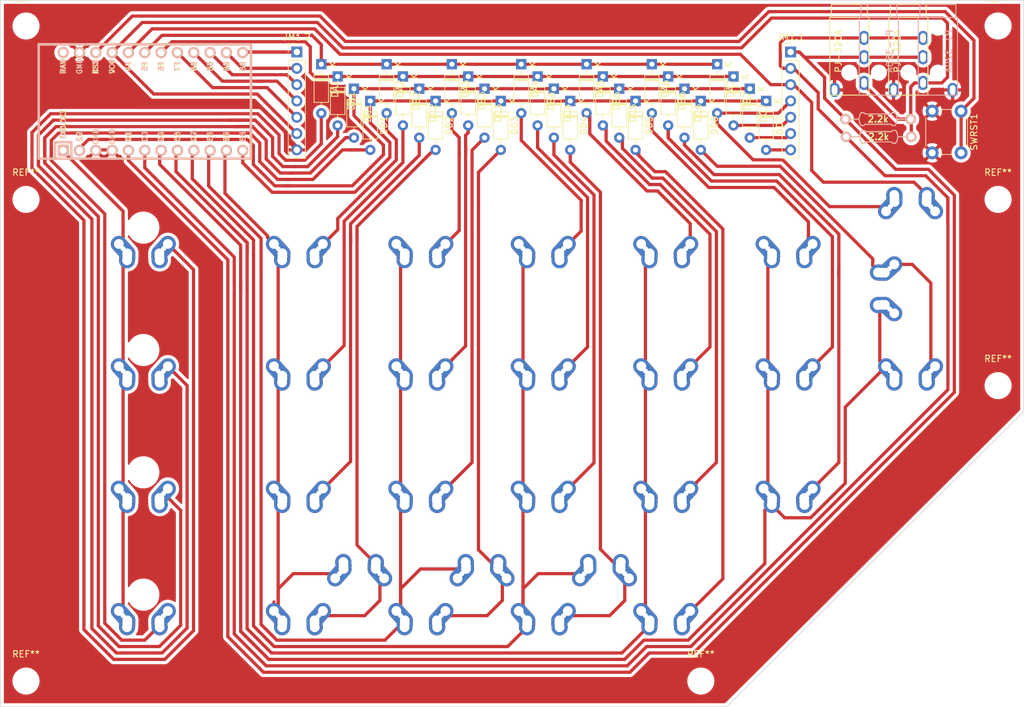
<source format=kicad_pcb>
(kicad_pcb (version 20171130) (host pcbnew "(5.1.4)-1")
  (layers (0 F.Cu signal) (31 B.Cu signal) (34 B.Paste user) (35 F.Paste user) (36 B.SilkS user) (37 F.SilkS user) (38 B.Mask user hide) (39 F.Mask user hide) (44 Edge.Cuts user))
  (net 0 "")
  (net 1 "Net-(DA1-Pad2)")
  (net 2 RowA)
  (net 3 "Net-(DA2-Pad2)")
  (net 4 "Net-(DA3-Pad2)")
  (net 5 "Net-(DA4-Pad2)")
  (net 6 "Net-(DA5-Pad2)")
  (net 7 "Net-(DA6-Pad2)")
  (net 8 "Net-(DB1-Pad2)")
  (net 9 RowB)
  (net 10 "Net-(DB2-Pad2)")
  (net 11 "Net-(DB3-Pad2)")
  (net 12 "Net-(DB4-Pad2)")
  (net 13 "Net-(DB5-Pad2)")
  (net 14 "Net-(DB6-Pad2)")
  (net 15 "Net-(DC1-Pad2)")
  (net 16 RowC)
  (net 17 "Net-(DC2-Pad2)")
  (net 18 "Net-(DC3-Pad2)")
  (net 19 "Net-(DC4-Pad2)")
  (net 20 "Net-(DC5-Pad2)")
  (net 21 "Net-(DC6-Pad2)")
  (net 22 "Net-(DD1-Pad2)")
  (net 23 RowD)
  (net 24 "Net-(DD2-Pad2)")
  (net 25 "Net-(DD3-Pad2)")
  (net 26 "Net-(DD4-Pad2)")
  (net 27 "Net-(DD5-Pad2)")
  (net 28 Enc1A)
  (net 29 GND)
  (net 30 Enc1B)
  (net 31 Col2)
  (net 32 Col4)
  (net 33 Enc2B)
  (net 34 Enc2A)
  (net 35 VCC)
  (net 36 SCL)
  (net 37 SDA)
  (net 38 Col1)
  (net 39 Col3)
  (net 40 Col5)
  (net 41 Col6)
  (net 42 Reset)
  (net 43 "Net-(U1-Pad24)")
  (net 44 "Net-(DA7-Pad2)")
  (net 45 "Net-(DB7-Pad2)")
  (net 46 "Net-(DC7-Pad2)")
  (net 47 "Net-(DD7-Pad2)")
  (net 48 Col7)
  (net 49 "Net-(DD6-Pad2)")
  (net 50 Unused)
  (module Keebio-Parts:Resistor (layer F.Cu) (at 255.325 -42.605 180)
    (fp_text reference R1 hide)
    (fp_text value 2.2k (at 0 0) (layer F.SilkS) (effects (font (thickness 0.2))))
    (pad 1 thru_hole circle (at -5.08 0 180) (size 1.651 1.651) (drill 0.9906) (layers *.Cu *.SilkS *.Mask) (net 35 VCC))
    (pad 2 thru_hole circle (at 5.08 0 180) (size 1.651 1.651) (drill 0.9906) (layers *.Cu *.SilkS *.Mask) (net 36 SCL))
  )
  (module MountingHole:MountingHole_3.2mm_M3 (layer F.Cu) (at 273.995 -30.105)
    (fp_text reference REF** (at 0 -4.2) (layer F.SilkS))
    (fp_text value MountingHole_3.2mm_M3)
    (pad 1 np_thru_hole circle (at 0 0) (size 3.2 3.2) (drill 3.2) (layers *.Cu *.Mask))
  )
  (module Keebio-Parts:Hybrid_Plate_100H_Dual_hole-nosilk (layer F.Cu) (at 260.38 -25.71)
    (fp_text reference SWA7.1 hide)
    (fp_text value "Cherry MX" hide)
    (pad 2 thru_hole oval (at 2.52 -4.79 356.1) (size 2.5 3.081378) (drill 0.762) (layers *.Cu B.Mask) (net 48 Col7))
    (pad 2 thru_hole circle (at 2.5 -4.5 330.9) (size 2 2) (drill 1.524) (layers *.Cu B.Mask) (net 48 Col7))
    (pad 2 thru_hole circle (at 2.54 -5.08 330.9) (size 2 2) (drill 1.524) (layers *.Cu B.Mask) (net 48 Col7))
    (pad 1 thru_hole circle (at -2.5 -4 330.9) (size 2.5 2.5) (drill 1.524) (layers *.Cu *.Mask) (net 44 "Net-(DA7-Pad2)"))
    (pad HOLE np_thru_hole circle (at 0 0) (size 3.9878 3.9878) (drill 3.9878) (layers *.Cu *.Mask))
    (pad 1 thru_hole circle (at -3.81 -2.54 330.9) (size 2 2) (drill 1.524) (layers *.Cu B.Mask) (net 44 "Net-(DA7-Pad2)"))
    (pad 2 thru_hole oval (at 3.155 -3.27 221.9) (size 2.5 4.461556) (drill 0.762) (layers *.Cu F.Mask) (net 48 Col7))
    (pad 1 thru_hole oval (at -3.155 -3.27 138.1) (size 2.5 4.461556) (drill 0.762) (layers *.Cu B.Mask) (net 44 "Net-(DA7-Pad2)"))
    (pad 2 thru_hole circle (at 2.5 -4) (size 2.5 2.5) (drill 1.524) (layers *.Cu *.Mask) (net 48 Col7))
    (pad 2 thru_hole circle (at 3.81 -2.54 330.9) (size 2 2) (drill 1.524) (layers *.Cu F.Mask) (net 48 Col7))
    (pad 1 thru_hole oval (at -2.52 -4.79 3.9) (size 2.5 3.081378) (drill 0.762) (layers *.Cu F.Mask) (net 44 "Net-(DA7-Pad2)"))
    (pad 1 thru_hole circle (at -2.5 -4.5 330.9) (size 2.5 2.5) (drill 1.524) (layers *.Cu F.Mask) (net 44 "Net-(DA7-Pad2)"))
    (pad 1 thru_hole circle (at -2.54 -5.08 330.9) (size 2.5 2.5) (drill 1.524) (layers *.Cu F.Mask) (net 44 "Net-(DA7-Pad2)"))
  )
  (module Connector_PinHeader_2.54mm:PinHeader_1x07_P2.54mm_Vertical (layer F.Cu) (at 241.715 -53.055)
    (fp_text reference JM1.1 (at 0 -2.33) (layer F.SilkS))
    (fp_text value Conn_01x07_Male)
    (pad 7 thru_hole oval (at 0 15.24) (size 1.7 1.7) (drill 1) (layers *.Cu *.Mask) (net 47 "Net-(DD7-Pad2)"))
    (pad 6 thru_hole oval (at 0 12.7) (size 1.7 1.7) (drill 1) (layers *.Cu *.Mask) (net 46 "Net-(DC7-Pad2)"))
    (pad 5 thru_hole oval (at 0 10.16) (size 1.7 1.7) (drill 1) (layers *.Cu *.Mask) (net 45 "Net-(DB7-Pad2)"))
    (pad 4 thru_hole oval (at 0 7.62) (size 1.7 1.7) (drill 1) (layers *.Cu *.Mask) (net 44 "Net-(DA7-Pad2)"))
    (pad 3 thru_hole oval (at 0 5.08) (size 1.7 1.7) (drill 1) (layers *.Cu *.Mask) (net 48 Col7))
    (pad 2 thru_hole oval (at 0 2.54) (size 1.7 1.7) (drill 1) (layers *.Cu *.Mask) (net 37 SDA))
    (pad 1 thru_hole rect (at 0 0) (size 1.7 1.7) (drill 1) (layers *.Cu *.Mask) (net 36 SCL))
  )
  (module Keebio-Parts:Hybrid_Plate_100H_Dual_hole-nosilk (layer F.Cu) (at 165.13 -25.71 180)
    (fp_text reference SWA2 hide)
    (fp_text value "Cherry MX" hide)
    (pad 2 thru_hole oval (at 2.52 -4.79 176.1) (size 2.5 3.081378) (drill 0.762) (layers *.Cu B.Mask) (net 31 Col2))
    (pad 2 thru_hole circle (at 2.5 -4.5 150.9) (size 2 2) (drill 1.524) (layers *.Cu B.Mask) (net 31 Col2))
    (pad 2 thru_hole circle (at 2.54 -5.08 150.9) (size 2 2) (drill 1.524) (layers *.Cu B.Mask) (net 31 Col2))
    (pad 1 thru_hole circle (at -2.5 -4 150.9) (size 2.5 2.5) (drill 1.524) (layers *.Cu *.Mask) (net 3 "Net-(DA2-Pad2)"))
    (pad HOLE np_thru_hole circle (at 0 0 180) (size 3.9878 3.9878) (drill 3.9878) (layers *.Cu *.Mask))
    (pad 1 thru_hole circle (at -3.81 -2.54 150.9) (size 2 2) (drill 1.524) (layers *.Cu B.Mask) (net 3 "Net-(DA2-Pad2)"))
    (pad 2 thru_hole oval (at 3.155 -3.27 41.9) (size 2.5 4.461556) (drill 0.762) (layers *.Cu F.Mask) (net 31 Col2))
    (pad 1 thru_hole oval (at -3.155 -3.27 318.1) (size 2.5 4.461556) (drill 0.762) (layers *.Cu B.Mask) (net 3 "Net-(DA2-Pad2)"))
    (pad 2 thru_hole circle (at 2.5 -4 180) (size 2.5 2.5) (drill 1.524) (layers *.Cu *.Mask) (net 31 Col2))
    (pad 2 thru_hole circle (at 3.81 -2.54 150.9) (size 2 2) (drill 1.524) (layers *.Cu F.Mask) (net 31 Col2))
    (pad 1 thru_hole oval (at -2.52 -4.79 183.9) (size 2.5 3.081378) (drill 0.762) (layers *.Cu F.Mask) (net 3 "Net-(DA2-Pad2)"))
    (pad 1 thru_hole circle (at -2.5 -4.5 150.9) (size 2.5 2.5) (drill 1.524) (layers *.Cu F.Mask) (net 3 "Net-(DA2-Pad2)"))
    (pad 1 thru_hole circle (at -2.54 -5.08 150.9) (size 2.5 2.5) (drill 1.524) (layers *.Cu F.Mask) (net 3 "Net-(DA2-Pad2)"))
  )
  (module Button_Switch_THT:SW_PUSH_6mm (layer F.Cu) (at 268.245 -43.855 270)
    (fp_text reference SWRST1 (at 3.25 -2 90) (layer F.SilkS))
    (fp_text value SW_Push)
    (pad 2 thru_hole circle (at 0 4.5) (size 2 2) (drill 1.1) (layers *.Cu *.Mask) (net 29 GND))
    (pad 1 thru_hole circle (at 0 0) (size 2 2) (drill 1.1) (layers *.Cu *.Mask) (net 42 Reset))
    (pad 2 thru_hole circle (at 6.5 4.5) (size 2 2) (drill 1.1) (layers *.Cu *.Mask) (net 29 GND))
    (pad 1 thru_hole circle (at 6.5 0) (size 2 2) (drill 1.1) (layers *.Cu *.Mask) (net 42 Reset))
  )
  (module Keebio-Parts:Resistor (layer F.Cu) (at 255.415 -39.855 180)
    (fp_text reference R2 hide)
    (fp_text value 2.2k (at 0 0) (layer F.SilkS) (effects (font (thickness 0.2))))
    (pad 2 thru_hole circle (at 5.08 0 180) (size 1.651 1.651) (drill 0.9906) (layers *.Cu *.SilkS *.Mask) (net 37 SDA))
    (pad 1 thru_hole circle (at -5.08 0 180) (size 1.651 1.651) (drill 0.9906) (layers *.Cu *.SilkS *.Mask) (net 35 VCC))
  )
  (module MountingHole:MountingHole_3.2mm_M3 (layer F.Cu) (at 227.745 44.895)
    (fp_text reference REF** (at 0 -4.2) (layer F.SilkS))
    (fp_text value MountingHole_3.2mm_M3)
    (pad 1 np_thru_hole circle (at 0 0) (size 3.2 3.2) (drill 3.2) (layers *.Cu *.Mask))
  )
  (module MountingHole:MountingHole_3.2mm_M3 (layer F.Cu) (at 273.995 -1.105)
    (fp_text reference REF** (at 0 -4.2) (layer F.SilkS))
    (fp_text value MountingHole_3.2mm_M3)
    (pad 1 np_thru_hole circle (at 0 0) (size 3.2 3.2) (drill 3.2) (layers *.Cu *.Mask))
  )
  (module MountingHole:MountingHole_3.2mm_M3 (layer F.Cu) (at 273.995 -57.105)
    (fp_text reference REF** (at 0 -4.2) (layer F.SilkS))
    (fp_text value MountingHole_3.2mm_M3)
    (pad 1 np_thru_hole circle (at 0 0) (size 3.2 3.2) (drill 3.2) (layers *.Cu *.Mask))
  )
  (module MountingHole:MountingHole_3.2mm_M3 (layer F.Cu) (at 122.745 -57.105)
    (fp_text reference REF** (at 0 -4.2) (layer F.SilkS))
    (fp_text value MountingHole_3.2mm_M3)
    (pad 1 np_thru_hole circle (at 0 0) (size 3.2 3.2) (drill 3.2) (layers *.Cu *.Mask))
  )
  (module MountingHole:MountingHole_3.2mm_M3 (layer F.Cu) (at 122.745 -30.105)
    (fp_text reference REF** (at 0 -4.2) (layer F.SilkS))
    (fp_text value MountingHole_3.2mm_M3)
    (pad 1 np_thru_hole circle (at 0 0) (size 3.2 3.2) (drill 3.2) (layers *.Cu *.Mask))
  )
  (module MountingHole:MountingHole_3.2mm_M3 (layer F.Cu) (at 122.745 44.895)
    (fp_text reference REF** (at 0 -4.2) (layer F.SilkS))
    (fp_text value MountingHole_3.2mm_M3)
    (pad 1 np_thru_hole circle (at 0 0) (size 3.2 3.2) (drill 3.2) (layers *.Cu *.Mask))
  )
  (module acerne:Hybrid_Plate_150H_Dual_hole-nosilk (layer F.Cu) (at 141 31.44 180)
    (fp_text reference SWD1 hide)
    (fp_text value "Cherry MX" hide)
    (pad 1 thru_hole circle (at -2.54 -5.08 150.9) (size 2.5 2.5) (drill 1.524) (layers *.Cu F.Mask) (net 22 "Net-(DD1-Pad2)"))
    (pad 1 thru_hole circle (at -2.5 -4.5 150.9) (size 2.5 2.5) (drill 1.524) (layers *.Cu F.Mask) (net 22 "Net-(DD1-Pad2)"))
    (pad 1 thru_hole oval (at -2.52 -4.79 183.9) (size 2.5 3.081378) (drill 0.762) (layers *.Cu F.Mask) (net 22 "Net-(DD1-Pad2)"))
    (pad 2 thru_hole circle (at 3.81 -2.54 150.9) (size 2 2) (drill 1.524) (layers *.Cu F.Mask) (net 38 Col1))
    (pad 2 thru_hole circle (at 2.5 -4 180) (size 2.5 2.5) (drill 1.524) (layers *.Cu *.Mask) (net 38 Col1))
    (pad 1 thru_hole oval (at -3.155 -3.27 318.1) (size 2.5 4.461556) (drill 0.762) (layers *.Cu B.Mask) (net 22 "Net-(DD1-Pad2)"))
    (pad 2 thru_hole oval (at 3.155 -3.27 41.9) (size 2.5 4.461556) (drill 0.762) (layers *.Cu F.Mask) (net 38 Col1))
    (pad 1 thru_hole circle (at -3.81 -2.54 150.9) (size 2 2) (drill 1.524) (layers *.Cu B.Mask) (net 22 "Net-(DD1-Pad2)"))
    (pad HOLE np_thru_hole circle (at 0 0 180) (size 3.9878 3.9878) (drill 3.9878) (layers *.Cu *.Mask))
    (pad 1 thru_hole circle (at -2.5 -4 150.9) (size 2.5 2.5) (drill 1.524) (layers *.Cu *.Mask) (net 22 "Net-(DD1-Pad2)"))
    (pad 2 thru_hole circle (at 2.54 -5.08 150.9) (size 2 2) (drill 1.524) (layers *.Cu B.Mask) (net 38 Col1))
    (pad 2 thru_hole circle (at 2.5 -4.5 150.9) (size 2 2) (drill 1.524) (layers *.Cu B.Mask) (net 38 Col1))
    (pad 2 thru_hole oval (at 2.52 -4.79 176.1) (size 2.5 3.081378) (drill 0.762) (layers *.Cu B.Mask) (net 38 Col1))
  )
  (module acerne:Hybrid_Plate_150H_Dual_hole-nosilk (layer F.Cu) (at 141 -25.71 180)
    (fp_text reference SWA1 hide)
    (fp_text value "Cherry MX" hide)
    (pad 1 thru_hole circle (at -2.54 -5.08 150.9) (size 2.5 2.5) (drill 1.524) (layers *.Cu F.Mask) (net 1 "Net-(DA1-Pad2)"))
    (pad 1 thru_hole circle (at -2.5 -4.5 150.9) (size 2.5 2.5) (drill 1.524) (layers *.Cu F.Mask) (net 1 "Net-(DA1-Pad2)"))
    (pad 1 thru_hole oval (at -2.52 -4.79 183.9) (size 2.5 3.081378) (drill 0.762) (layers *.Cu F.Mask) (net 1 "Net-(DA1-Pad2)"))
    (pad 2 thru_hole circle (at 3.81 -2.54 150.9) (size 2 2) (drill 1.524) (layers *.Cu F.Mask) (net 38 Col1))
    (pad 2 thru_hole circle (at 2.5 -4 180) (size 2.5 2.5) (drill 1.524) (layers *.Cu *.Mask) (net 38 Col1))
    (pad 1 thru_hole oval (at -3.155 -3.27 318.1) (size 2.5 4.461556) (drill 0.762) (layers *.Cu B.Mask) (net 1 "Net-(DA1-Pad2)"))
    (pad 2 thru_hole oval (at 3.155 -3.27 41.9) (size 2.5 4.461556) (drill 0.762) (layers *.Cu F.Mask) (net 38 Col1))
    (pad 1 thru_hole circle (at -3.81 -2.54 150.9) (size 2 2) (drill 1.524) (layers *.Cu B.Mask) (net 1 "Net-(DA1-Pad2)"))
    (pad HOLE np_thru_hole circle (at 0 0 180) (size 3.9878 3.9878) (drill 3.9878) (layers *.Cu *.Mask))
    (pad 1 thru_hole circle (at -2.5 -4 150.9) (size 2.5 2.5) (drill 1.524) (layers *.Cu *.Mask) (net 1 "Net-(DA1-Pad2)"))
    (pad 2 thru_hole circle (at 2.54 -5.08 150.9) (size 2 2) (drill 1.524) (layers *.Cu B.Mask) (net 38 Col1))
    (pad 2 thru_hole circle (at 2.5 -4.5 150.9) (size 2 2) (drill 1.524) (layers *.Cu B.Mask) (net 38 Col1))
    (pad 2 thru_hole oval (at 2.52 -4.79 176.1) (size 2.5 3.081378) (drill 0.762) (layers *.Cu B.Mask) (net 38 Col1))
  )
  (module Keebio-Parts:Hybrid_Plate_100H_Dual_hole-nosilk (layer F.Cu) (at 184.18 12.39 180)
    (fp_text reference SWC3 hide)
    (fp_text value "Cherry MX" hide)
    (pad 2 thru_hole oval (at 2.52 -4.79 176.1) (size 2.5 3.081378) (drill 0.762) (layers *.Cu B.Mask) (net 39 Col3))
    (pad 2 thru_hole circle (at 2.5 -4.5 150.9) (size 2 2) (drill 1.524) (layers *.Cu B.Mask) (net 39 Col3))
    (pad 2 thru_hole circle (at 2.54 -5.08 150.9) (size 2 2) (drill 1.524) (layers *.Cu B.Mask) (net 39 Col3))
    (pad 1 thru_hole circle (at -2.5 -4 150.9) (size 2.5 2.5) (drill 1.524) (layers *.Cu *.Mask) (net 18 "Net-(DC3-Pad2)"))
    (pad HOLE np_thru_hole circle (at 0 0 180) (size 3.9878 3.9878) (drill 3.9878) (layers *.Cu *.Mask))
    (pad 1 thru_hole circle (at -3.81 -2.54 150.9) (size 2 2) (drill 1.524) (layers *.Cu B.Mask) (net 18 "Net-(DC3-Pad2)"))
    (pad 2 thru_hole oval (at 3.155 -3.27 41.9) (size 2.5 4.461556) (drill 0.762) (layers *.Cu F.Mask) (net 39 Col3))
    (pad 1 thru_hole oval (at -3.155 -3.27 318.1) (size 2.5 4.461556) (drill 0.762) (layers *.Cu B.Mask) (net 18 "Net-(DC3-Pad2)"))
    (pad 2 thru_hole circle (at 2.5 -4 180) (size 2.5 2.5) (drill 1.524) (layers *.Cu *.Mask) (net 39 Col3))
    (pad 2 thru_hole circle (at 3.81 -2.54 150.9) (size 2 2) (drill 1.524) (layers *.Cu F.Mask) (net 39 Col3))
    (pad 1 thru_hole oval (at -2.52 -4.79 183.9) (size 2.5 3.081378) (drill 0.762) (layers *.Cu F.Mask) (net 18 "Net-(DC3-Pad2)"))
    (pad 1 thru_hole circle (at -2.5 -4.5 150.9) (size 2.5 2.5) (drill 1.524) (layers *.Cu F.Mask) (net 18 "Net-(DC3-Pad2)"))
    (pad 1 thru_hole circle (at -2.54 -5.08 150.9) (size 2.5 2.5) (drill 1.524) (layers *.Cu F.Mask) (net 18 "Net-(DC3-Pad2)"))
  )
  (module Keebio-Parts:Hybrid_Plate_100H_Dual_hole-nosilk (layer F.Cu) (at 184.18 -25.71 180)
    (fp_text reference SWA3 hide)
    (fp_text value "Cherry MX" hide)
    (pad 1 thru_hole circle (at -2.54 -5.08 150.9) (size 2.5 2.5) (drill 1.524) (layers *.Cu F.Mask) (net 4 "Net-(DA3-Pad2)"))
    (pad 1 thru_hole circle (at -2.5 -4.5 150.9) (size 2.5 2.5) (drill 1.524) (layers *.Cu F.Mask) (net 4 "Net-(DA3-Pad2)"))
    (pad 1 thru_hole oval (at -2.52 -4.79 183.9) (size 2.5 3.081378) (drill 0.762) (layers *.Cu F.Mask) (net 4 "Net-(DA3-Pad2)"))
    (pad 2 thru_hole circle (at 3.81 -2.54 150.9) (size 2 2) (drill 1.524) (layers *.Cu F.Mask) (net 39 Col3))
    (pad 2 thru_hole circle (at 2.5 -4 180) (size 2.5 2.5) (drill 1.524) (layers *.Cu *.Mask) (net 39 Col3))
    (pad 1 thru_hole oval (at -3.155 -3.27 318.1) (size 2.5 4.461556) (drill 0.762) (layers *.Cu B.Mask) (net 4 "Net-(DA3-Pad2)"))
    (pad 2 thru_hole oval (at 3.155 -3.27 41.9) (size 2.5 4.461556) (drill 0.762) (layers *.Cu F.Mask) (net 39 Col3))
    (pad 1 thru_hole circle (at -3.81 -2.54 150.9) (size 2 2) (drill 1.524) (layers *.Cu B.Mask) (net 4 "Net-(DA3-Pad2)"))
    (pad HOLE np_thru_hole circle (at 0 0 180) (size 3.9878 3.9878) (drill 3.9878) (layers *.Cu *.Mask))
    (pad 1 thru_hole circle (at -2.5 -4 150.9) (size 2.5 2.5) (drill 1.524) (layers *.Cu *.Mask) (net 4 "Net-(DA3-Pad2)"))
    (pad 2 thru_hole circle (at 2.54 -5.08 150.9) (size 2 2) (drill 1.524) (layers *.Cu B.Mask) (net 39 Col3))
    (pad 2 thru_hole circle (at 2.5 -4.5 150.9) (size 2 2) (drill 1.524) (layers *.Cu B.Mask) (net 39 Col3))
    (pad 2 thru_hole oval (at 2.52 -4.79 176.1) (size 2.5 3.081378) (drill 0.762) (layers *.Cu B.Mask) (net 39 Col3))
  )
  (module Keebio-Parts:Hybrid_Plate_100H_Dual_hole-nosilk (layer F.Cu) (at 165.13 31.44 180)
    (fp_text reference SWD2.1 hide)
    (fp_text value "Cherry MX" hide)
    (pad 1 thru_hole circle (at -2.54 -5.08 150.9) (size 2.5 2.5) (drill 1.524) (layers *.Cu F.Mask) (net 24 "Net-(DD2-Pad2)"))
    (pad 1 thru_hole circle (at -2.5 -4.5 150.9) (size 2.5 2.5) (drill 1.524) (layers *.Cu F.Mask) (net 24 "Net-(DD2-Pad2)"))
    (pad 1 thru_hole oval (at -2.52 -4.79 183.9) (size 2.5 3.081378) (drill 0.762) (layers *.Cu F.Mask) (net 24 "Net-(DD2-Pad2)"))
    (pad 2 thru_hole circle (at 3.81 -2.54 150.9) (size 2 2) (drill 1.524) (layers *.Cu F.Mask) (net 31 Col2))
    (pad 2 thru_hole circle (at 2.5 -4 180) (size 2.5 2.5) (drill 1.524) (layers *.Cu *.Mask) (net 31 Col2))
    (pad 1 thru_hole oval (at -3.155 -3.27 318.1) (size 2.5 4.461556) (drill 0.762) (layers *.Cu B.Mask) (net 24 "Net-(DD2-Pad2)"))
    (pad 2 thru_hole oval (at 3.155 -3.27 41.9) (size 2.5 4.461556) (drill 0.762) (layers *.Cu F.Mask) (net 31 Col2))
    (pad 1 thru_hole circle (at -3.81 -2.54 150.9) (size 2 2) (drill 1.524) (layers *.Cu B.Mask) (net 24 "Net-(DD2-Pad2)"))
    (pad HOLE np_thru_hole circle (at 0 0 180) (size 3.9878 3.9878) (drill 3.9878) (layers *.Cu *.Mask))
    (pad 1 thru_hole circle (at -2.5 -4 150.9) (size 2.5 2.5) (drill 1.524) (layers *.Cu *.Mask) (net 24 "Net-(DD2-Pad2)"))
    (pad 2 thru_hole circle (at 2.54 -5.08 150.9) (size 2 2) (drill 1.524) (layers *.Cu B.Mask) (net 31 Col2))
    (pad 2 thru_hole circle (at 2.5 -4.5 150.9) (size 2 2) (drill 1.524) (layers *.Cu B.Mask) (net 31 Col2))
    (pad 2 thru_hole oval (at 2.52 -4.79 176.1) (size 2.5 3.081378) (drill 0.762) (layers *.Cu B.Mask) (net 31 Col2))
  )
  (module Keebio-Parts:Hybrid_Plate_100H_Dual_hole-nosilk (layer F.Cu) (at 174.655 31.44)
    (fp_text reference SWD2.2 hide)
    (fp_text value "Cherry MX" hide)
    (pad 1 thru_hole circle (at -2.54 -5.08 330.9) (size 2.5 2.5) (drill 1.524) (layers *.Cu F.Mask) (net 31 Col2))
    (pad 1 thru_hole circle (at -2.5 -4.5 330.9) (size 2.5 2.5) (drill 1.524) (layers *.Cu F.Mask) (net 31 Col2))
    (pad 1 thru_hole oval (at -2.52 -4.79 3.9) (size 2.5 3.081378) (drill 0.762) (layers *.Cu F.Mask) (net 31 Col2))
    (pad 2 thru_hole circle (at 3.81 -2.54 330.9) (size 2 2) (drill 1.524) (layers *.Cu F.Mask) (net 24 "Net-(DD2-Pad2)"))
    (pad 2 thru_hole circle (at 2.5 -4) (size 2.5 2.5) (drill 1.524) (layers *.Cu *.Mask) (net 24 "Net-(DD2-Pad2)"))
    (pad 1 thru_hole oval (at -3.155 -3.27 138.1) (size 2.5 4.461556) (drill 0.762) (layers *.Cu B.Mask) (net 31 Col2))
    (pad 2 thru_hole oval (at 3.155 -3.27 221.9) (size 2.5 4.461556) (drill 0.762) (layers *.Cu F.Mask) (net 24 "Net-(DD2-Pad2)"))
    (pad 1 thru_hole circle (at -3.81 -2.54 330.9) (size 2 2) (drill 1.524) (layers *.Cu B.Mask) (net 31 Col2))
    (pad HOLE np_thru_hole circle (at 0 0) (size 3.9878 3.9878) (drill 3.9878) (layers *.Cu *.Mask))
    (pad 1 thru_hole circle (at -2.5 -4 330.9) (size 2.5 2.5) (drill 1.524) (layers *.Cu *.Mask) (net 31 Col2))
    (pad 2 thru_hole circle (at 2.54 -5.08 330.9) (size 2 2) (drill 1.524) (layers *.Cu B.Mask) (net 24 "Net-(DD2-Pad2)"))
    (pad 2 thru_hole circle (at 2.5 -4.5 330.9) (size 2 2) (drill 1.524) (layers *.Cu B.Mask) (net 24 "Net-(DD2-Pad2)"))
    (pad 2 thru_hole oval (at 2.52 -4.79 356.1) (size 2.5 3.081378) (drill 0.762) (layers *.Cu B.Mask) (net 24 "Net-(DD2-Pad2)"))
  )
  (module Keebio-Parts:Hybrid_Plate_100H_Dual_hole-nosilk (layer F.Cu) (at 241.33 -6.66 180)
    (fp_text reference SWB6 hide)
    (fp_text value "Cherry MX" hide)
    (pad 2 thru_hole oval (at 2.52 -4.79 176.1) (size 2.5 3.081378) (drill 0.762) (layers *.Cu B.Mask) (net 41 Col6))
    (pad 2 thru_hole circle (at 2.5 -4.5 150.9) (size 2 2) (drill 1.524) (layers *.Cu B.Mask) (net 41 Col6))
    (pad 2 thru_hole circle (at 2.54 -5.08 150.9) (size 2 2) (drill 1.524) (layers *.Cu B.Mask) (net 41 Col6))
    (pad 1 thru_hole circle (at -2.5 -4 150.9) (size 2.5 2.5) (drill 1.524) (layers *.Cu *.Mask) (net 14 "Net-(DB6-Pad2)"))
    (pad HOLE np_thru_hole circle (at 0 0 180) (size 3.9878 3.9878) (drill 3.9878) (layers *.Cu *.Mask))
    (pad 1 thru_hole circle (at -3.81 -2.54 150.9) (size 2 2) (drill 1.524) (layers *.Cu B.Mask) (net 14 "Net-(DB6-Pad2)"))
    (pad 2 thru_hole oval (at 3.155 -3.27 41.9) (size 2.5 4.461556) (drill 0.762) (layers *.Cu F.Mask) (net 41 Col6))
    (pad 1 thru_hole oval (at -3.155 -3.27 318.1) (size 2.5 4.461556) (drill 0.762) (layers *.Cu B.Mask) (net 14 "Net-(DB6-Pad2)"))
    (pad 2 thru_hole circle (at 2.5 -4 180) (size 2.5 2.5) (drill 1.524) (layers *.Cu *.Mask) (net 41 Col6))
    (pad 2 thru_hole circle (at 3.81 -2.54 150.9) (size 2 2) (drill 1.524) (layers *.Cu F.Mask) (net 41 Col6))
    (pad 1 thru_hole oval (at -2.52 -4.79 183.9) (size 2.5 3.081378) (drill 0.762) (layers *.Cu F.Mask) (net 14 "Net-(DB6-Pad2)"))
    (pad 1 thru_hole circle (at -2.5 -4.5 150.9) (size 2.5 2.5) (drill 1.524) (layers *.Cu F.Mask) (net 14 "Net-(DB6-Pad2)"))
    (pad 1 thru_hole circle (at -2.54 -5.08 150.9) (size 2.5 2.5) (drill 1.524) (layers *.Cu F.Mask) (net 14 "Net-(DB6-Pad2)"))
  )
  (module Keebio-Parts:Hybrid_Plate_100H_Dual_hole-nosilk (layer F.Cu) (at 203.23 -25.71 180)
    (fp_text reference SWA4 hide)
    (fp_text value "Cherry MX" hide)
    (pad 1 thru_hole circle (at -2.54 -5.08 150.9) (size 2.5 2.5) (drill 1.524) (layers *.Cu F.Mask) (net 5 "Net-(DA4-Pad2)"))
    (pad 1 thru_hole circle (at -2.5 -4.5 150.9) (size 2.5 2.5) (drill 1.524) (layers *.Cu F.Mask) (net 5 "Net-(DA4-Pad2)"))
    (pad 1 thru_hole oval (at -2.52 -4.79 183.9) (size 2.5 3.081378) (drill 0.762) (layers *.Cu F.Mask) (net 5 "Net-(DA4-Pad2)"))
    (pad 2 thru_hole circle (at 3.81 -2.54 150.9) (size 2 2) (drill 1.524) (layers *.Cu F.Mask) (net 32 Col4))
    (pad 2 thru_hole circle (at 2.5 -4 180) (size 2.5 2.5) (drill 1.524) (layers *.Cu *.Mask) (net 32 Col4))
    (pad 1 thru_hole oval (at -3.155 -3.27 318.1) (size 2.5 4.461556) (drill 0.762) (layers *.Cu B.Mask) (net 5 "Net-(DA4-Pad2)"))
    (pad 2 thru_hole oval (at 3.155 -3.27 41.9) (size 2.5 4.461556) (drill 0.762) (layers *.Cu F.Mask) (net 32 Col4))
    (pad 1 thru_hole circle (at -3.81 -2.54 150.9) (size 2 2) (drill 1.524) (layers *.Cu B.Mask) (net 5 "Net-(DA4-Pad2)"))
    (pad HOLE np_thru_hole circle (at 0 0 180) (size 3.9878 3.9878) (drill 3.9878) (layers *.Cu *.Mask))
    (pad 1 thru_hole circle (at -2.5 -4 150.9) (size 2.5 2.5) (drill 1.524) (layers *.Cu *.Mask) (net 5 "Net-(DA4-Pad2)"))
    (pad 2 thru_hole circle (at 2.54 -5.08 150.9) (size 2 2) (drill 1.524) (layers *.Cu B.Mask) (net 32 Col4))
    (pad 2 thru_hole circle (at 2.5 -4.5 150.9) (size 2 2) (drill 1.524) (layers *.Cu B.Mask) (net 32 Col4))
    (pad 2 thru_hole oval (at 2.52 -4.79 176.1) (size 2.5 3.081378) (drill 0.762) (layers *.Cu B.Mask) (net 32 Col4))
  )
  (module Keebio-Parts:Hybrid_Plate_100H_Dual_hole-nosilk (layer F.Cu) (at 222.28 -25.71 180)
    (fp_text reference SWA5 hide)
    (fp_text value "Cherry MX" hide)
    (pad 1 thru_hole circle (at -2.54 -5.08 150.9) (size 2.5 2.5) (drill 1.524) (layers *.Cu F.Mask) (net 6 "Net-(DA5-Pad2)"))
    (pad 1 thru_hole circle (at -2.5 -4.5 150.9) (size 2.5 2.5) (drill 1.524) (layers *.Cu F.Mask) (net 6 "Net-(DA5-Pad2)"))
    (pad 1 thru_hole oval (at -2.52 -4.79 183.9) (size 2.5 3.081378) (drill 0.762) (layers *.Cu F.Mask) (net 6 "Net-(DA5-Pad2)"))
    (pad 2 thru_hole circle (at 3.81 -2.54 150.9) (size 2 2) (drill 1.524) (layers *.Cu F.Mask) (net 40 Col5))
    (pad 2 thru_hole circle (at 2.5 -4 180) (size 2.5 2.5) (drill 1.524) (layers *.Cu *.Mask) (net 40 Col5))
    (pad 1 thru_hole oval (at -3.155 -3.27 318.1) (size 2.5 4.461556) (drill 0.762) (layers *.Cu B.Mask) (net 6 "Net-(DA5-Pad2)"))
    (pad 2 thru_hole oval (at 3.155 -3.27 41.9) (size 2.5 4.461556) (drill 0.762) (layers *.Cu F.Mask) (net 40 Col5))
    (pad 1 thru_hole circle (at -3.81 -2.54 150.9) (size 2 2) (drill 1.524) (layers *.Cu B.Mask) (net 6 "Net-(DA5-Pad2)"))
    (pad HOLE np_thru_hole circle (at 0 0 180) (size 3.9878 3.9878) (drill 3.9878) (layers *.Cu *.Mask))
    (pad 1 thru_hole circle (at -2.5 -4 150.9) (size 2.5 2.5) (drill 1.524) (layers *.Cu *.Mask) (net 6 "Net-(DA5-Pad2)"))
    (pad 2 thru_hole circle (at 2.54 -5.08 150.9) (size 2 2) (drill 1.524) (layers *.Cu B.Mask) (net 40 Col5))
    (pad 2 thru_hole circle (at 2.5 -4.5 150.9) (size 2 2) (drill 1.524) (layers *.Cu B.Mask) (net 40 Col5))
    (pad 2 thru_hole oval (at 2.52 -4.79 176.1) (size 2.5 3.081378) (drill 0.762) (layers *.Cu B.Mask) (net 40 Col5))
  )
  (module Keebio-Parts:Hybrid_Plate_100H_Dual_hole-nosilk (layer F.Cu) (at 241.33 -25.71 180)
    (fp_text reference SWA6 hide)
    (fp_text value "Cherry MX" hide)
    (pad 1 thru_hole circle (at -2.54 -5.08 150.9) (size 2.5 2.5) (drill 1.524) (layers *.Cu F.Mask) (net 7 "Net-(DA6-Pad2)"))
    (pad 1 thru_hole circle (at -2.5 -4.5 150.9) (size 2.5 2.5) (drill 1.524) (layers *.Cu F.Mask) (net 7 "Net-(DA6-Pad2)"))
    (pad 1 thru_hole oval (at -2.52 -4.79 183.9) (size 2.5 3.081378) (drill 0.762) (layers *.Cu F.Mask) (net 7 "Net-(DA6-Pad2)"))
    (pad 2 thru_hole circle (at 3.81 -2.54 150.9) (size 2 2) (drill 1.524) (layers *.Cu F.Mask) (net 41 Col6))
    (pad 2 thru_hole circle (at 2.5 -4 180) (size 2.5 2.5) (drill 1.524) (layers *.Cu *.Mask) (net 41 Col6))
    (pad 1 thru_hole oval (at -3.155 -3.27 318.1) (size 2.5 4.461556) (drill 0.762) (layers *.Cu B.Mask) (net 7 "Net-(DA6-Pad2)"))
    (pad 2 thru_hole oval (at 3.155 -3.27 41.9) (size 2.5 4.461556) (drill 0.762) (layers *.Cu F.Mask) (net 41 Col6))
    (pad 1 thru_hole circle (at -3.81 -2.54 150.9) (size 2 2) (drill 1.524) (layers *.Cu B.Mask) (net 7 "Net-(DA6-Pad2)"))
    (pad HOLE np_thru_hole circle (at 0 0 180) (size 3.9878 3.9878) (drill 3.9878) (layers *.Cu *.Mask))
    (pad 1 thru_hole circle (at -2.5 -4 150.9) (size 2.5 2.5) (drill 1.524) (layers *.Cu *.Mask) (net 7 "Net-(DA6-Pad2)"))
    (pad 2 thru_hole circle (at 2.54 -5.08 150.9) (size 2 2) (drill 1.524) (layers *.Cu B.Mask) (net 41 Col6))
    (pad 2 thru_hole circle (at 2.5 -4.5 150.9) (size 2 2) (drill 1.524) (layers *.Cu B.Mask) (net 41 Col6))
    (pad 2 thru_hole oval (at 2.52 -4.79 176.1) (size 2.5 3.081378) (drill 0.762) (layers *.Cu B.Mask) (net 41 Col6))
  )
  (module Keebio-Parts:Hybrid_Plate_100H_Dual_hole-nosilk (layer F.Cu) (at 165.13 -6.66 180)
    (fp_text reference SWB2 hide)
    (fp_text value "Cherry MX" hide)
    (pad 2 thru_hole oval (at 2.52 -4.79 176.1) (size 2.5 3.081378) (drill 0.762) (layers *.Cu B.Mask) (net 31 Col2))
    (pad 2 thru_hole circle (at 2.5 -4.5 150.9) (size 2 2) (drill 1.524) (layers *.Cu B.Mask) (net 31 Col2))
    (pad 2 thru_hole circle (at 2.54 -5.08 150.9) (size 2 2) (drill 1.524) (layers *.Cu B.Mask) (net 31 Col2))
    (pad 1 thru_hole circle (at -2.5 -4 150.9) (size 2.5 2.5) (drill 1.524) (layers *.Cu *.Mask) (net 10 "Net-(DB2-Pad2)"))
    (pad HOLE np_thru_hole circle (at 0 0 180) (size 3.9878 3.9878) (drill 3.9878) (layers *.Cu *.Mask))
    (pad 1 thru_hole circle (at -3.81 -2.54 150.9) (size 2 2) (drill 1.524) (layers *.Cu B.Mask) (net 10 "Net-(DB2-Pad2)"))
    (pad 2 thru_hole oval (at 3.155 -3.27 41.9) (size 2.5 4.461556) (drill 0.762) (layers *.Cu F.Mask) (net 31 Col2))
    (pad 1 thru_hole oval (at -3.155 -3.27 318.1) (size 2.5 4.461556) (drill 0.762) (layers *.Cu B.Mask) (net 10 "Net-(DB2-Pad2)"))
    (pad 2 thru_hole circle (at 2.5 -4 180) (size 2.5 2.5) (drill 1.524) (layers *.Cu *.Mask) (net 31 Col2))
    (pad 2 thru_hole circle (at 3.81 -2.54 150.9) (size 2 2) (drill 1.524) (layers *.Cu F.Mask) (net 31 Col2))
    (pad 1 thru_hole oval (at -2.52 -4.79 183.9) (size 2.5 3.081378) (drill 0.762) (layers *.Cu F.Mask) (net 10 "Net-(DB2-Pad2)"))
    (pad 1 thru_hole circle (at -2.5 -4.5 150.9) (size 2.5 2.5) (drill 1.524) (layers *.Cu F.Mask) (net 10 "Net-(DB2-Pad2)"))
    (pad 1 thru_hole circle (at -2.54 -5.08 150.9) (size 2.5 2.5) (drill 1.524) (layers *.Cu F.Mask) (net 10 "Net-(DB2-Pad2)"))
  )
  (module Keebio-Parts:Hybrid_Plate_100H_Dual_hole-nosilk (layer F.Cu) (at 184.18 -6.66 180)
    (fp_text reference SWB3 hide)
    (fp_text value "Cherry MX" hide)
    (pad 2 thru_hole oval (at 2.52 -4.79 176.1) (size 2.5 3.081378) (drill 0.762) (layers *.Cu B.Mask) (net 39 Col3))
    (pad 2 thru_hole circle (at 2.5 -4.5 150.9) (size 2 2) (drill 1.524) (layers *.Cu B.Mask) (net 39 Col3))
    (pad 2 thru_hole circle (at 2.54 -5.08 150.9) (size 2 2) (drill 1.524) (layers *.Cu B.Mask) (net 39 Col3))
    (pad 1 thru_hole circle (at -2.5 -4 150.9) (size 2.5 2.5) (drill 1.524) (layers *.Cu *.Mask) (net 11 "Net-(DB3-Pad2)"))
    (pad HOLE np_thru_hole circle (at 0 0 180) (size 3.9878 3.9878) (drill 3.9878) (layers *.Cu *.Mask))
    (pad 1 thru_hole circle (at -3.81 -2.54 150.9) (size 2 2) (drill 1.524) (layers *.Cu B.Mask) (net 11 "Net-(DB3-Pad2)"))
    (pad 2 thru_hole oval (at 3.155 -3.27 41.9) (size 2.5 4.461556) (drill 0.762) (layers *.Cu F.Mask) (net 39 Col3))
    (pad 1 thru_hole oval (at -3.155 -3.27 318.1) (size 2.5 4.461556) (drill 0.762) (layers *.Cu B.Mask) (net 11 "Net-(DB3-Pad2)"))
    (pad 2 thru_hole circle (at 2.5 -4 180) (size 2.5 2.5) (drill 1.524) (layers *.Cu *.Mask) (net 39 Col3))
    (pad 2 thru_hole circle (at 3.81 -2.54 150.9) (size 2 2) (drill 1.524) (layers *.Cu F.Mask) (net 39 Col3))
    (pad 1 thru_hole oval (at -2.52 -4.79 183.9) (size 2.5 3.081378) (drill 0.762) (layers *.Cu F.Mask) (net 11 "Net-(DB3-Pad2)"))
    (pad 1 thru_hole circle (at -2.5 -4.5 150.9) (size 2.5 2.5) (drill 1.524) (layers *.Cu F.Mask) (net 11 "Net-(DB3-Pad2)"))
    (pad 1 thru_hole circle (at -2.54 -5.08 150.9) (size 2.5 2.5) (drill 1.524) (layers *.Cu F.Mask) (net 11 "Net-(DB3-Pad2)"))
  )
  (module Keebio-Parts:Hybrid_Plate_100H_Dual_hole-nosilk (layer F.Cu) (at 203.23 -6.66 180)
    (fp_text reference SWB4 hide)
    (fp_text value "Cherry MX" hide)
    (pad 2 thru_hole oval (at 2.52 -4.79 176.1) (size 2.5 3.081378) (drill 0.762) (layers *.Cu B.Mask) (net 32 Col4))
    (pad 2 thru_hole circle (at 2.5 -4.5 150.9) (size 2 2) (drill 1.524) (layers *.Cu B.Mask) (net 32 Col4))
    (pad 2 thru_hole circle (at 2.54 -5.08 150.9) (size 2 2) (drill 1.524) (layers *.Cu B.Mask) (net 32 Col4))
    (pad 1 thru_hole circle (at -2.5 -4 150.9) (size 2.5 2.5) (drill 1.524) (layers *.Cu *.Mask) (net 12 "Net-(DB4-Pad2)"))
    (pad HOLE np_thru_hole circle (at 0 0 180) (size 3.9878 3.9878) (drill 3.9878) (layers *.Cu *.Mask))
    (pad 1 thru_hole circle (at -3.81 -2.54 150.9) (size 2 2) (drill 1.524) (layers *.Cu B.Mask) (net 12 "Net-(DB4-Pad2)"))
    (pad 2 thru_hole oval (at 3.155 -3.27 41.9) (size 2.5 4.461556) (drill 0.762) (layers *.Cu F.Mask) (net 32 Col4))
    (pad 1 thru_hole oval (at -3.155 -3.27 318.1) (size 2.5 4.461556) (drill 0.762) (layers *.Cu B.Mask) (net 12 "Net-(DB4-Pad2)"))
    (pad 2 thru_hole circle (at 2.5 -4 180) (size 2.5 2.5) (drill 1.524) (layers *.Cu *.Mask) (net 32 Col4))
    (pad 2 thru_hole circle (at 3.81 -2.54 150.9) (size 2 2) (drill 1.524) (layers *.Cu F.Mask) (net 32 Col4))
    (pad 1 thru_hole oval (at -2.52 -4.79 183.9) (size 2.5 3.081378) (drill 0.762) (layers *.Cu F.Mask) (net 12 "Net-(DB4-Pad2)"))
    (pad 1 thru_hole circle (at -2.5 -4.5 150.9) (size 2.5 2.5) (drill 1.524) (layers *.Cu F.Mask) (net 12 "Net-(DB4-Pad2)"))
    (pad 1 thru_hole circle (at -2.54 -5.08 150.9) (size 2.5 2.5) (drill 1.524) (layers *.Cu F.Mask) (net 12 "Net-(DB4-Pad2)"))
  )
  (module Keebio-Parts:Hybrid_Plate_100H_Dual_hole-nosilk (layer F.Cu) (at 222.28 -6.66 180)
    (fp_text reference SWB5 hide)
    (fp_text value "Cherry MX" hide)
    (pad 1 thru_hole circle (at -2.54 -5.08 150.9) (size 2.5 2.5) (drill 1.524) (layers *.Cu F.Mask) (net 13 "Net-(DB5-Pad2)"))
    (pad 1 thru_hole circle (at -2.5 -4.5 150.9) (size 2.5 2.5) (drill 1.524) (layers *.Cu F.Mask) (net 13 "Net-(DB5-Pad2)"))
    (pad 1 thru_hole oval (at -2.52 -4.79 183.9) (size 2.5 3.081378) (drill 0.762) (layers *.Cu F.Mask) (net 13 "Net-(DB5-Pad2)"))
    (pad 2 thru_hole circle (at 3.81 -2.54 150.9) (size 2 2) (drill 1.524) (layers *.Cu F.Mask) (net 40 Col5))
    (pad 2 thru_hole circle (at 2.5 -4 180) (size 2.5 2.5) (drill 1.524) (layers *.Cu *.Mask) (net 40 Col5))
    (pad 1 thru_hole oval (at -3.155 -3.27 318.1) (size 2.5 4.461556) (drill 0.762) (layers *.Cu B.Mask) (net 13 "Net-(DB5-Pad2)"))
    (pad 2 thru_hole oval (at 3.155 -3.27 41.9) (size 2.5 4.461556) (drill 0.762) (layers *.Cu F.Mask) (net 40 Col5))
    (pad 1 thru_hole circle (at -3.81 -2.54 150.9) (size 2 2) (drill 1.524) (layers *.Cu B.Mask) (net 13 "Net-(DB5-Pad2)"))
    (pad HOLE np_thru_hole circle (at 0 0 180) (size 3.9878 3.9878) (drill 3.9878) (layers *.Cu *.Mask))
    (pad 1 thru_hole circle (at -2.5 -4 150.9) (size 2.5 2.5) (drill 1.524) (layers *.Cu *.Mask) (net 13 "Net-(DB5-Pad2)"))
    (pad 2 thru_hole circle (at 2.54 -5.08 150.9) (size 2 2) (drill 1.524) (layers *.Cu B.Mask) (net 40 Col5))
    (pad 2 thru_hole circle (at 2.5 -4.5 150.9) (size 2 2) (drill 1.524) (layers *.Cu B.Mask) (net 40 Col5))
    (pad 2 thru_hole oval (at 2.52 -4.79 176.1) (size 2.5 3.081378) (drill 0.762) (layers *.Cu B.Mask) (net 40 Col5))
  )
  (module Keebio-Parts:Hybrid_Plate_100H_Dual_hole-nosilk (layer F.Cu) (at 165.13 12.39 180)
    (fp_text reference SWC2 hide)
    (fp_text value "Cherry MX" hide)
    (pad 1 thru_hole circle (at -2.54 -5.08 150.9) (size 2.5 2.5) (drill 1.524) (layers *.Cu F.Mask) (net 17 "Net-(DC2-Pad2)"))
    (pad 1 thru_hole circle (at -2.5 -4.5 150.9) (size 2.5 2.5) (drill 1.524) (layers *.Cu F.Mask) (net 17 "Net-(DC2-Pad2)"))
    (pad 1 thru_hole oval (at -2.52 -4.79 183.9) (size 2.5 3.081378) (drill 0.762) (layers *.Cu F.Mask) (net 17 "Net-(DC2-Pad2)"))
    (pad 2 thru_hole circle (at 3.81 -2.54 150.9) (size 2 2) (drill 1.524) (layers *.Cu F.Mask) (net 31 Col2))
    (pad 2 thru_hole circle (at 2.5 -4 180) (size 2.5 2.5) (drill 1.524) (layers *.Cu *.Mask) (net 31 Col2))
    (pad 1 thru_hole oval (at -3.155 -3.27 318.1) (size 2.5 4.461556) (drill 0.762) (layers *.Cu B.Mask) (net 17 "Net-(DC2-Pad2)"))
    (pad 2 thru_hole oval (at 3.155 -3.27 41.9) (size 2.5 4.461556) (drill 0.762) (layers *.Cu F.Mask) (net 31 Col2))
    (pad 1 thru_hole circle (at -3.81 -2.54 150.9) (size 2 2) (drill 1.524) (layers *.Cu B.Mask) (net 17 "Net-(DC2-Pad2)"))
    (pad HOLE np_thru_hole circle (at 0 0 180) (size 3.9878 3.9878) (drill 3.9878) (layers *.Cu *.Mask))
    (pad 1 thru_hole circle (at -2.5 -4 150.9) (size 2.5 2.5) (drill 1.524) (layers *.Cu *.Mask) (net 17 "Net-(DC2-Pad2)"))
    (pad 2 thru_hole circle (at 2.54 -5.08 150.9) (size 2 2) (drill 1.524) (layers *.Cu B.Mask) (net 31 Col2))
    (pad 2 thru_hole circle (at 2.5 -4.5 150.9) (size 2 2) (drill 1.524) (layers *.Cu B.Mask) (net 31 Col2))
    (pad 2 thru_hole oval (at 2.52 -4.79 176.1) (size 2.5 3.081378) (drill 0.762) (layers *.Cu B.Mask) (net 31 Col2))
  )
  (module Keebio-Parts:Hybrid_Plate_100H_Dual_hole-nosilk (layer F.Cu) (at 203.23 12.39 180)
    (fp_text reference SWC4 hide)
    (fp_text value "Cherry MX" hide)
    (pad 1 thru_hole circle (at -2.54 -5.08 150.9) (size 2.5 2.5) (drill 1.524) (layers *.Cu F.Mask) (net 19 "Net-(DC4-Pad2)"))
    (pad 1 thru_hole circle (at -2.5 -4.5 150.9) (size 2.5 2.5) (drill 1.524) (layers *.Cu F.Mask) (net 19 "Net-(DC4-Pad2)"))
    (pad 1 thru_hole oval (at -2.52 -4.79 183.9) (size 2.5 3.081378) (drill 0.762) (layers *.Cu F.Mask) (net 19 "Net-(DC4-Pad2)"))
    (pad 2 thru_hole circle (at 3.81 -2.54 150.9) (size 2 2) (drill 1.524) (layers *.Cu F.Mask) (net 32 Col4))
    (pad 2 thru_hole circle (at 2.5 -4 180) (size 2.5 2.5) (drill 1.524) (layers *.Cu *.Mask) (net 32 Col4))
    (pad 1 thru_hole oval (at -3.155 -3.27 318.1) (size 2.5 4.461556) (drill 0.762) (layers *.Cu B.Mask) (net 19 "Net-(DC4-Pad2)"))
    (pad 2 thru_hole oval (at 3.155 -3.27 41.9) (size 2.5 4.461556) (drill 0.762) (layers *.Cu F.Mask) (net 32 Col4))
    (pad 1 thru_hole circle (at -3.81 -2.54 150.9) (size 2 2) (drill 1.524) (layers *.Cu B.Mask) (net 19 "Net-(DC4-Pad2)"))
    (pad HOLE np_thru_hole circle (at 0 0 180) (size 3.9878 3.9878) (drill 3.9878) (layers *.Cu *.Mask))
    (pad 1 thru_hole circle (at -2.5 -4 150.9) (size 2.5 2.5) (drill 1.524) (layers *.Cu *.Mask) (net 19 "Net-(DC4-Pad2)"))
    (pad 2 thru_hole circle (at 2.54 -5.08 150.9) (size 2 2) (drill 1.524) (layers *.Cu B.Mask) (net 32 Col4))
    (pad 2 thru_hole circle (at 2.5 -4.5 150.9) (size 2 2) (drill 1.524) (layers *.Cu B.Mask) (net 32 Col4))
    (pad 2 thru_hole oval (at 2.52 -4.79 176.1) (size 2.5 3.081378) (drill 0.762) (layers *.Cu B.Mask) (net 32 Col4))
  )
  (module Keebio-Parts:Hybrid_Plate_100H_Dual_hole-nosilk (layer F.Cu) (at 222.28 12.39 180)
    (fp_text reference SWC5 hide)
    (fp_text value "Cherry MX" hide)
    (pad 2 thru_hole oval (at 2.52 -4.79 176.1) (size 2.5 3.081378) (drill 0.762) (layers *.Cu B.Mask) (net 40 Col5))
    (pad 2 thru_hole circle (at 2.5 -4.5 150.9) (size 2 2) (drill 1.524) (layers *.Cu B.Mask) (net 40 Col5))
    (pad 2 thru_hole circle (at 2.54 -5.08 150.9) (size 2 2) (drill 1.524) (layers *.Cu B.Mask) (net 40 Col5))
    (pad 1 thru_hole circle (at -2.5 -4 150.9) (size 2.5 2.5) (drill 1.524) (layers *.Cu *.Mask) (net 20 "Net-(DC5-Pad2)"))
    (pad HOLE np_thru_hole circle (at 0 0 180) (size 3.9878 3.9878) (drill 3.9878) (layers *.Cu *.Mask))
    (pad 1 thru_hole circle (at -3.81 -2.54 150.9) (size 2 2) (drill 1.524) (layers *.Cu B.Mask) (net 20 "Net-(DC5-Pad2)"))
    (pad 2 thru_hole oval (at 3.155 -3.27 41.9) (size 2.5 4.461556) (drill 0.762) (layers *.Cu F.Mask) (net 40 Col5))
    (pad 1 thru_hole oval (at -3.155 -3.27 318.1) (size 2.5 4.461556) (drill 0.762) (layers *.Cu B.Mask) (net 20 "Net-(DC5-Pad2)"))
    (pad 2 thru_hole circle (at 2.5 -4 180) (size 2.5 2.5) (drill 1.524) (layers *.Cu *.Mask) (net 40 Col5))
    (pad 2 thru_hole circle (at 3.81 -2.54 150.9) (size 2 2) (drill 1.524) (layers *.Cu F.Mask) (net 40 Col5))
    (pad 1 thru_hole oval (at -2.52 -4.79 183.9) (size 2.5 3.081378) (drill 0.762) (layers *.Cu F.Mask) (net 20 "Net-(DC5-Pad2)"))
    (pad 1 thru_hole circle (at -2.5 -4.5 150.9) (size 2.5 2.5) (drill 1.524) (layers *.Cu F.Mask) (net 20 "Net-(DC5-Pad2)"))
    (pad 1 thru_hole circle (at -2.54 -5.08 150.9) (size 2.5 2.5) (drill 1.524) (layers *.Cu F.Mask) (net 20 "Net-(DC5-Pad2)"))
  )
  (module Keebio-Parts:Hybrid_Plate_100H_Dual_hole-nosilk (layer F.Cu) (at 241.33 12.39 180)
    (fp_text reference SWC6 hide)
    (fp_text value "Cherry MX" hide)
    (pad 1 thru_hole circle (at -2.54 -5.08 150.9) (size 2.5 2.5) (drill 1.524) (layers *.Cu F.Mask) (net 21 "Net-(DC6-Pad2)"))
    (pad 1 thru_hole circle (at -2.5 -4.5 150.9) (size 2.5 2.5) (drill 1.524) (layers *.Cu F.Mask) (net 21 "Net-(DC6-Pad2)"))
    (pad 1 thru_hole oval (at -2.52 -4.79 183.9) (size 2.5 3.081378) (drill 0.762) (layers *.Cu F.Mask) (net 21 "Net-(DC6-Pad2)"))
    (pad 2 thru_hole circle (at 3.81 -2.54 150.9) (size 2 2) (drill 1.524) (layers *.Cu F.Mask) (net 41 Col6))
    (pad 2 thru_hole circle (at 2.5 -4 180) (size 2.5 2.5) (drill 1.524) (layers *.Cu *.Mask) (net 41 Col6))
    (pad 1 thru_hole oval (at -3.155 -3.27 318.1) (size 2.5 4.461556) (drill 0.762) (layers *.Cu B.Mask) (net 21 "Net-(DC6-Pad2)"))
    (pad 2 thru_hole oval (at 3.155 -3.27 41.9) (size 2.5 4.461556) (drill 0.762) (layers *.Cu F.Mask) (net 41 Col6))
    (pad 1 thru_hole circle (at -3.81 -2.54 150.9) (size 2 2) (drill 1.524) (layers *.Cu B.Mask) (net 21 "Net-(DC6-Pad2)"))
    (pad HOLE np_thru_hole circle (at 0 0 180) (size 3.9878 3.9878) (drill 3.9878) (layers *.Cu *.Mask))
    (pad 1 thru_hole circle (at -2.5 -4 150.9) (size 2.5 2.5) (drill 1.524) (layers *.Cu *.Mask) (net 21 "Net-(DC6-Pad2)"))
    (pad 2 thru_hole circle (at 2.54 -5.08 150.9) (size 2 2) (drill 1.524) (layers *.Cu B.Mask) (net 41 Col6))
    (pad 2 thru_hole circle (at 2.5 -4.5 150.9) (size 2 2) (drill 1.524) (layers *.Cu B.Mask) (net 41 Col6))
    (pad 2 thru_hole oval (at 2.52 -4.79 176.1) (size 2.5 3.081378) (drill 0.762) (layers *.Cu B.Mask) (net 41 Col6))
  )
  (module Keebio-Parts:Hybrid_Plate_100H_Dual_hole-nosilk (layer F.Cu) (at 184.18 31.44 180)
    (fp_text reference SWD3.1 hide)
    (fp_text value "Cherry MX" hide)
    (pad 2 thru_hole oval (at 2.52 -4.79 176.1) (size 2.5 3.081378) (drill 0.762) (layers *.Cu B.Mask) (net 39 Col3))
    (pad 2 thru_hole circle (at 2.5 -4.5 150.9) (size 2 2) (drill 1.524) (layers *.Cu B.Mask) (net 39 Col3))
    (pad 2 thru_hole circle (at 2.54 -5.08 150.9) (size 2 2) (drill 1.524) (layers *.Cu B.Mask) (net 39 Col3))
    (pad 1 thru_hole circle (at -2.5 -4 150.9) (size 2.5 2.5) (drill 1.524) (layers *.Cu *.Mask) (net 25 "Net-(DD3-Pad2)"))
    (pad HOLE np_thru_hole circle (at 0 0 180) (size 3.9878 3.9878) (drill 3.9878) (layers *.Cu *.Mask))
    (pad 1 thru_hole circle (at -3.81 -2.54 150.9) (size 2 2) (drill 1.524) (layers *.Cu B.Mask) (net 25 "Net-(DD3-Pad2)"))
    (pad 2 thru_hole oval (at 3.155 -3.27 41.9) (size 2.5 4.461556) (drill 0.762) (layers *.Cu F.Mask) (net 39 Col3))
    (pad 1 thru_hole oval (at -3.155 -3.27 318.1) (size 2.5 4.461556) (drill 0.762) (layers *.Cu B.Mask) (net 25 "Net-(DD3-Pad2)"))
    (pad 2 thru_hole circle (at 2.5 -4 180) (size 2.5 2.5) (drill 1.524) (layers *.Cu *.Mask) (net 39 Col3))
    (pad 2 thru_hole circle (at 3.81 -2.54 150.9) (size 2 2) (drill 1.524) (layers *.Cu F.Mask) (net 39 Col3))
    (pad 1 thru_hole oval (at -2.52 -4.79 183.9) (size 2.5 3.081378) (drill 0.762) (layers *.Cu F.Mask) (net 25 "Net-(DD3-Pad2)"))
    (pad 1 thru_hole circle (at -2.5 -4.5 150.9) (size 2.5 2.5) (drill 1.524) (layers *.Cu F.Mask) (net 25 "Net-(DD3-Pad2)"))
    (pad 1 thru_hole circle (at -2.54 -5.08 150.9) (size 2.5 2.5) (drill 1.524) (layers *.Cu F.Mask) (net 25 "Net-(DD3-Pad2)"))
  )
  (module Keebio-Parts:Hybrid_Plate_100H_Dual_hole-nosilk (layer F.Cu) (at 203.23 31.44 180)
    (fp_text reference SWD4.1 hide)
    (fp_text value "Cherry MX" hide)
    (pad 1 thru_hole circle (at -2.54 -5.08 150.9) (size 2.5 2.5) (drill 1.524) (layers *.Cu F.Mask) (net 26 "Net-(DD4-Pad2)"))
    (pad 1 thru_hole circle (at -2.5 -4.5 150.9) (size 2.5 2.5) (drill 1.524) (layers *.Cu F.Mask) (net 26 "Net-(DD4-Pad2)"))
    (pad 1 thru_hole oval (at -2.52 -4.79 183.9) (size 2.5 3.081378) (drill 0.762) (layers *.Cu F.Mask) (net 26 "Net-(DD4-Pad2)"))
    (pad 2 thru_hole circle (at 3.81 -2.54 150.9) (size 2 2) (drill 1.524) (layers *.Cu F.Mask) (net 32 Col4))
    (pad 2 thru_hole circle (at 2.5 -4 180) (size 2.5 2.5) (drill 1.524) (layers *.Cu *.Mask) (net 32 Col4))
    (pad 1 thru_hole oval (at -3.155 -3.27 318.1) (size 2.5 4.461556) (drill 0.762) (layers *.Cu B.Mask) (net 26 "Net-(DD4-Pad2)"))
    (pad 2 thru_hole oval (at 3.155 -3.27 41.9) (size 2.5 4.461556) (drill 0.762) (layers *.Cu F.Mask) (net 32 Col4))
    (pad 1 thru_hole circle (at -3.81 -2.54 150.9) (size 2 2) (drill 1.524) (layers *.Cu B.Mask) (net 26 "Net-(DD4-Pad2)"))
    (pad HOLE np_thru_hole circle (at 0 0 180) (size 3.9878 3.9878) (drill 3.9878) (layers *.Cu *.Mask))
    (pad 1 thru_hole circle (at -2.5 -4 150.9) (size 2.5 2.5) (drill 1.524) (layers *.Cu *.Mask) (net 26 "Net-(DD4-Pad2)"))
    (pad 2 thru_hole circle (at 2.54 -5.08 150.9) (size 2 2) (drill 1.524) (layers *.Cu B.Mask) (net 32 Col4))
    (pad 2 thru_hole circle (at 2.5 -4.5 150.9) (size 2 2) (drill 1.524) (layers *.Cu B.Mask) (net 32 Col4))
    (pad 2 thru_hole oval (at 2.52 -4.79 176.1) (size 2.5 3.081378) (drill 0.762) (layers *.Cu B.Mask) (net 32 Col4))
  )
  (module Keebio-Parts:Hybrid_Plate_100H_Dual_hole-nosilk (layer F.Cu) (at 222.28 31.44 180)
    (fp_text reference SWD5 hide)
    (fp_text value "Cherry MX" hide)
    (pad 2 thru_hole oval (at 2.52 -4.79 176.1) (size 2.5 3.081378) (drill 0.762) (layers *.Cu B.Mask) (net 40 Col5))
    (pad 2 thru_hole circle (at 2.5 -4.5 150.9) (size 2 2) (drill 1.524) (layers *.Cu B.Mask) (net 40 Col5))
    (pad 2 thru_hole circle (at 2.54 -5.08 150.9) (size 2 2) (drill 1.524) (layers *.Cu B.Mask) (net 40 Col5))
    (pad 1 thru_hole circle (at -2.5 -4 150.9) (size 2.5 2.5) (drill 1.524) (layers *.Cu *.Mask) (net 27 "Net-(DD5-Pad2)"))
    (pad HOLE np_thru_hole circle (at 0 0 180) (size 3.9878 3.9878) (drill 3.9878) (layers *.Cu *.Mask))
    (pad 1 thru_hole circle (at -3.81 -2.54 150.9) (size 2 2) (drill 1.524) (layers *.Cu B.Mask) (net 27 "Net-(DD5-Pad2)"))
    (pad 2 thru_hole oval (at 3.155 -3.27 41.9) (size 2.5 4.461556) (drill 0.762) (layers *.Cu F.Mask) (net 40 Col5))
    (pad 1 thru_hole oval (at -3.155 -3.27 318.1) (size 2.5 4.461556) (drill 0.762) (layers *.Cu B.Mask) (net 27 "Net-(DD5-Pad2)"))
    (pad 2 thru_hole circle (at 2.5 -4 180) (size 2.5 2.5) (drill 1.524) (layers *.Cu *.Mask) (net 40 Col5))
    (pad 2 thru_hole circle (at 3.81 -2.54 150.9) (size 2 2) (drill 1.524) (layers *.Cu F.Mask) (net 40 Col5))
    (pad 1 thru_hole oval (at -2.52 -4.79 183.9) (size 2.5 3.081378) (drill 0.762) (layers *.Cu F.Mask) (net 27 "Net-(DD5-Pad2)"))
    (pad 1 thru_hole circle (at -2.5 -4.5 150.9) (size 2.5 2.5) (drill 1.524) (layers *.Cu F.Mask) (net 27 "Net-(DD5-Pad2)"))
    (pad 1 thru_hole circle (at -2.54 -5.08 150.9) (size 2.5 2.5) (drill 1.524) (layers *.Cu F.Mask) (net 27 "Net-(DD5-Pad2)"))
  )
  (module Keebio-Parts:TRRS-PJ-320A-dual-labeled (layer F.Cu) (at 262.325 -58.445)
    (fp_text reference J1)
    (fp_text value AudioJack4)
    (fp_text user PJ-320A (at 4 5.25 270) (layer B.SilkS) (effects (justify mirror)))
    (fp_text user PJ-320A (at -4 5.25 90) (layer F.SilkS))
    (pad "" np_thru_hole circle (at 2.3 8.6) (size 1.5 1.5) (drill 1.5) (layers *.Cu *.Mask))
    (pad "" np_thru_hole circle (at 2.3 1.6) (size 1.5 1.5) (drill 1.5) (layers *.Cu *.Mask))
    (pad R2 thru_hole oval (at 4.6 11.3) (size 1.6 2.2) (drill oval 0.9 1.5) (layers *.Cu *.Mask) (net 29 GND))
    (pad R2 thru_hole oval (at -4.6 11.3) (size 1.6 2.2) (drill oval 0.9 1.5) (layers *.Cu *.Mask) (net 29 GND))
    (pad T thru_hole oval (at 0 10.2 180) (size 1.6 2.2) (drill oval 0.9 1.5) (layers *.Cu *.Mask) (net 35 VCC))
    (pad S thru_hole oval (at 0 3.2) (size 1.6 2.2) (drill oval 0.9 1.5) (layers *.Cu *.Mask) (net 37 SDA))
    (pad "" np_thru_hole circle (at -2.3 8.6) (size 1.5 1.5) (drill 1.5) (layers *.Cu *.Mask))
    (pad "" np_thru_hole circle (at -2.3 1.6) (size 1.5 1.5) (drill 1.5) (layers *.Cu *.Mask))
    (pad R1 thru_hole oval (at 0 6.2) (size 1.6 2.2) (drill oval 0.9 1.5) (layers *.Cu *.Mask) (net 36 SCL))
  )
  (module Keebio-Parts:TRRS-PJ-320A-dual-labeled (layer F.Cu) (at 253.153 -58.445)
    (fp_text reference J2)
    (fp_text value AudioJack4)
    (fp_text user PJ-320A (at -4 5.25 90) (layer F.SilkS))
    (fp_text user PJ-320A (at 4 5.25 270) (layer B.SilkS) (effects (justify mirror)))
    (pad R1 thru_hole oval (at 0 6.2) (size 1.6 2.2) (drill oval 0.9 1.5) (layers *.Cu *.Mask) (net 36 SCL))
    (pad "" np_thru_hole circle (at -2.3 1.6) (size 1.5 1.5) (drill 1.5) (layers *.Cu *.Mask))
    (pad "" np_thru_hole circle (at -2.3 8.6) (size 1.5 1.5) (drill 1.5) (layers *.Cu *.Mask))
    (pad S thru_hole oval (at 0 3.2) (size 1.6 2.2) (drill oval 0.9 1.5) (layers *.Cu *.Mask) (net 37 SDA))
    (pad T thru_hole oval (at 0 10.2 180) (size 1.6 2.2) (drill oval 0.9 1.5) (layers *.Cu *.Mask) (net 35 VCC))
    (pad R2 thru_hole oval (at -4.6 11.3) (size 1.6 2.2) (drill oval 0.9 1.5) (layers *.Cu *.Mask) (net 29 GND))
    (pad R2 thru_hole oval (at 4.6 11.3) (size 1.6 2.2) (drill oval 0.9 1.5) (layers *.Cu *.Mask) (net 29 GND))
    (pad "" np_thru_hole circle (at 2.3 1.6) (size 1.5 1.5) (drill 1.5) (layers *.Cu *.Mask))
    (pad "" np_thru_hole circle (at 2.3 8.6) (size 1.5 1.5) (drill 1.5) (layers *.Cu *.Mask))
  )
  (module Keebio-Parts:Hybrid_Plate_100H_Dual_hole-nosilk (layer F.Cu) (at 193.705 31.44)
    (fp_text reference SWD3.2 hide)
    (fp_text value "Cherry MX" hide)
    (pad 2 thru_hole oval (at 2.52 -4.79 356.1) (size 2.5 3.081378) (drill 0.762) (layers *.Cu B.Mask) (net 25 "Net-(DD3-Pad2)"))
    (pad 2 thru_hole circle (at 2.5 -4.5 330.9) (size 2 2) (drill 1.524) (layers *.Cu B.Mask) (net 25 "Net-(DD3-Pad2)"))
    (pad 2 thru_hole circle (at 2.54 -5.08 330.9) (size 2 2) (drill 1.524) (layers *.Cu B.Mask) (net 25 "Net-(DD3-Pad2)"))
    (pad 1 thru_hole circle (at -2.5 -4 330.9) (size 2.5 2.5) (drill 1.524) (layers *.Cu *.Mask) (net 39 Col3))
    (pad HOLE np_thru_hole circle (at 0 0) (size 3.9878 3.9878) (drill 3.9878) (layers *.Cu *.Mask))
    (pad 1 thru_hole circle (at -3.81 -2.54 330.9) (size 2 2) (drill 1.524) (layers *.Cu B.Mask) (net 39 Col3))
    (pad 2 thru_hole oval (at 3.155 -3.27 221.9) (size 2.5 4.461556) (drill 0.762) (layers *.Cu F.Mask) (net 25 "Net-(DD3-Pad2)"))
    (pad 1 thru_hole oval (at -3.155 -3.27 138.1) (size 2.5 4.461556) (drill 0.762) (layers *.Cu B.Mask) (net 39 Col3))
    (pad 2 thru_hole circle (at 2.5 -4) (size 2.5 2.5) (drill 1.524) (layers *.Cu *.Mask) (net 25 "Net-(DD3-Pad2)"))
    (pad 2 thru_hole circle (at 3.81 -2.54 330.9) (size 2 2) (drill 1.524) (layers *.Cu F.Mask) (net 25 "Net-(DD3-Pad2)"))
    (pad 1 thru_hole oval (at -2.52 -4.79 3.9) (size 2.5 3.081378) (drill 0.762) (layers *.Cu F.Mask) (net 39 Col3))
    (pad 1 thru_hole circle (at -2.5 -4.5 330.9) (size 2.5 2.5) (drill 1.524) (layers *.Cu F.Mask) (net 39 Col3))
    (pad 1 thru_hole circle (at -2.54 -5.08 330.9) (size 2.5 2.5) (drill 1.524) (layers *.Cu F.Mask) (net 39 Col3))
  )
  (module Keebio-Parts:Hybrid_Plate_100H_Dual_hole-nosilk (layer F.Cu) (at 212.755 31.44)
    (fp_text reference SWD4.2 hide)
    (fp_text value "Cherry MX" hide)
    (pad 1 thru_hole circle (at -2.54 -5.08 330.9) (size 2.5 2.5) (drill 1.524) (layers *.Cu F.Mask) (net 32 Col4))
    (pad 1 thru_hole circle (at -2.5 -4.5 330.9) (size 2.5 2.5) (drill 1.524) (layers *.Cu F.Mask) (net 32 Col4))
    (pad 1 thru_hole oval (at -2.52 -4.79 3.9) (size 2.5 3.081378) (drill 0.762) (layers *.Cu F.Mask) (net 32 Col4))
    (pad 2 thru_hole circle (at 3.81 -2.54 330.9) (size 2 2) (drill 1.524) (layers *.Cu F.Mask) (net 26 "Net-(DD4-Pad2)"))
    (pad 2 thru_hole circle (at 2.5 -4) (size 2.5 2.5) (drill 1.524) (layers *.Cu *.Mask) (net 26 "Net-(DD4-Pad2)"))
    (pad 1 thru_hole oval (at -3.155 -3.27 138.1) (size 2.5 4.461556) (drill 0.762) (layers *.Cu B.Mask) (net 32 Col4))
    (pad 2 thru_hole oval (at 3.155 -3.27 221.9) (size 2.5 4.461556) (drill 0.762) (layers *.Cu F.Mask) (net 26 "Net-(DD4-Pad2)"))
    (pad 1 thru_hole circle (at -3.81 -2.54 330.9) (size 2 2) (drill 1.524) (layers *.Cu B.Mask) (net 32 Col4))
    (pad HOLE np_thru_hole circle (at 0 0) (size 3.9878 3.9878) (drill 3.9878) (layers *.Cu *.Mask))
    (pad 1 thru_hole circle (at -2.5 -4 330.9) (size 2.5 2.5) (drill 1.524) (layers *.Cu *.Mask) (net 32 Col4))
    (pad 2 thru_hole circle (at 2.54 -5.08 330.9) (size 2 2) (drill 1.524) (layers *.Cu B.Mask) (net 26 "Net-(DD4-Pad2)"))
    (pad 2 thru_hole circle (at 2.5 -4.5 330.9) (size 2 2) (drill 1.524) (layers *.Cu B.Mask) (net 26 "Net-(DD4-Pad2)"))
    (pad 2 thru_hole oval (at 2.52 -4.79 356.1) (size 2.5 3.081378) (drill 0.762) (layers *.Cu B.Mask) (net 26 "Net-(DD4-Pad2)"))
  )
  (module Keebio-Parts:Hybrid_Plate_100H_Dual_hole-nosilk (layer F.Cu) (at 260.38 -6.66 180)
    (fp_text reference SWD6.1 hide)
    (fp_text value "Cherry MX" hide)
    (pad 2 thru_hole oval (at 2.52 -4.79 176.1) (size 2.5 3.081378) (drill 0.762) (layers *.Cu B.Mask) (net 41 Col6))
    (pad 2 thru_hole circle (at 2.5 -4.5 150.9) (size 2 2) (drill 1.524) (layers *.Cu B.Mask) (net 41 Col6))
    (pad 2 thru_hole circle (at 2.54 -5.08 150.9) (size 2 2) (drill 1.524) (layers *.Cu B.Mask) (net 41 Col6))
    (pad 1 thru_hole circle (at -2.5 -4 150.9) (size 2.5 2.5) (drill 1.524) (layers *.Cu *.Mask) (net 49 "Net-(DD6-Pad2)"))
    (pad HOLE np_thru_hole circle (at 0 0 180) (size 3.9878 3.9878) (drill 3.9878) (layers *.Cu *.Mask))
    (pad 1 thru_hole circle (at -3.81 -2.54 150.9) (size 2 2) (drill 1.524) (layers *.Cu B.Mask) (net 49 "Net-(DD6-Pad2)"))
    (pad 2 thru_hole oval (at 3.155 -3.27 41.9) (size 2.5 4.461556) (drill 0.762) (layers *.Cu F.Mask) (net 41 Col6))
    (pad 1 thru_hole oval (at -3.155 -3.27 318.1) (size 2.5 4.461556) (drill 0.762) (layers *.Cu B.Mask) (net 49 "Net-(DD6-Pad2)"))
    (pad 2 thru_hole circle (at 2.5 -4 180) (size 2.5 2.5) (drill 1.524) (layers *.Cu *.Mask) (net 41 Col6))
    (pad 2 thru_hole circle (at 3.81 -2.54 150.9) (size 2 2) (drill 1.524) (layers *.Cu F.Mask) (net 41 Col6))
    (pad 1 thru_hole oval (at -2.52 -4.79 183.9) (size 2.5 3.081378) (drill 0.762) (layers *.Cu F.Mask) (net 49 "Net-(DD6-Pad2)"))
    (pad 1 thru_hole circle (at -2.5 -4.5 150.9) (size 2.5 2.5) (drill 1.524) (layers *.Cu F.Mask) (net 49 "Net-(DD6-Pad2)"))
    (pad 1 thru_hole circle (at -2.54 -5.08 150.9) (size 2.5 2.5) (drill 1.524) (layers *.Cu F.Mask) (net 49 "Net-(DD6-Pad2)"))
  )
  (module Keebio-Parts:Hybrid_Plate_100H_Dual_hole-nosilk (layer F.Cu) (at 260.38 -16.185 90)
    (fp_text reference SWD6.2 hide)
    (fp_text value "Cherry MX" hide)
    (pad 1 thru_hole circle (at -2.54 -5.08 60.9) (size 2.5 2.5) (drill 1.524) (layers *.Cu F.Mask) (net 41 Col6))
    (pad 1 thru_hole circle (at -2.5 -4.5 60.9) (size 2.5 2.5) (drill 1.524) (layers *.Cu F.Mask) (net 41 Col6))
    (pad 1 thru_hole oval (at -2.52 -4.79 93.9) (size 2.5 3.081378) (drill 0.762) (layers *.Cu F.Mask) (net 41 Col6))
    (pad 2 thru_hole circle (at 3.81 -2.54 60.9) (size 2 2) (drill 1.524) (layers *.Cu F.Mask) (net 49 "Net-(DD6-Pad2)"))
    (pad 2 thru_hole circle (at 2.5 -4 90) (size 2.5 2.5) (drill 1.524) (layers *.Cu *.Mask) (net 49 "Net-(DD6-Pad2)"))
    (pad 1 thru_hole oval (at -3.155 -3.27 228.1) (size 2.5 4.461556) (drill 0.762) (layers *.Cu B.Mask) (net 41 Col6))
    (pad 2 thru_hole oval (at 3.155 -3.27 311.9) (size 2.5 4.461556) (drill 0.762) (layers *.Cu F.Mask) (net 49 "Net-(DD6-Pad2)"))
    (pad 1 thru_hole circle (at -3.81 -2.54 60.9) (size 2 2) (drill 1.524) (layers *.Cu B.Mask) (net 41 Col6))
    (pad HOLE np_thru_hole circle (at 0 0 90) (size 3.9878 3.9878) (drill 3.9878) (layers *.Cu *.Mask))
    (pad 1 thru_hole circle (at -2.5 -4 60.9) (size 2.5 2.5) (drill 1.524) (layers *.Cu *.Mask) (net 41 Col6))
    (pad 2 thru_hole circle (at 2.54 -5.08 60.9) (size 2 2) (drill 1.524) (layers *.Cu B.Mask) (net 49 "Net-(DD6-Pad2)"))
    (pad 2 thru_hole circle (at 2.5 -4.5 60.9) (size 2 2) (drill 1.524) (layers *.Cu B.Mask) (net 49 "Net-(DD6-Pad2)"))
    (pad 2 thru_hole oval (at 2.52 -4.79 86.1) (size 2.5 3.081378) (drill 0.762) (layers *.Cu B.Mask) (net 49 "Net-(DD6-Pad2)"))
  )
  (module Diode_THT:D_DO-35_SOD27_P7.62mm_Horizontal (layer F.Cu) (at 168.69 -51.15 270)
    (fp_text reference DA1 (at 3.81 -2.12 90) (layer F.SilkS))
    (fp_text value 1N4148)
    (fp_text user K (at 0 -1.8 90) (layer F.SilkS))
    (pad 2 thru_hole oval (at 7.62 0 270) (size 1.6 1.6) (drill 0.8) (layers *.Cu *.Mask) (net 1 "Net-(DA1-Pad2)"))
    (pad 1 thru_hole rect (at 0 0 270) (size 1.6 1.6) (drill 0.8) (layers *.Cu *.Mask) (net 2 RowA))
  )
  (module Diode_THT:D_DO-35_SOD27_P7.62mm_Horizontal (layer F.Cu) (at 178.85 -51.15 270)
    (fp_text reference DA2 (at 3.81 -2.12 90) (layer F.SilkS))
    (fp_text value 1N4148)
    (fp_text user K (at 0 -1.8 90) (layer F.SilkS))
    (pad 1 thru_hole rect (at 0 0 270) (size 1.6 1.6) (drill 0.8) (layers *.Cu *.Mask) (net 2 RowA))
    (pad 2 thru_hole oval (at 7.62 0 270) (size 1.6 1.6) (drill 0.8) (layers *.Cu *.Mask) (net 3 "Net-(DA2-Pad2)"))
  )
  (module Diode_THT:D_DO-35_SOD27_P7.62mm_Horizontal (layer F.Cu) (at 189.01 -51.15 270)
    (fp_text reference DA3 (at 3.81 -2.12 90) (layer F.SilkS))
    (fp_text value 1N4148)
    (fp_text user K (at 0 -1.8 90) (layer F.SilkS))
    (pad 2 thru_hole oval (at 7.62 0 270) (size 1.6 1.6) (drill 0.8) (layers *.Cu *.Mask) (net 4 "Net-(DA3-Pad2)"))
    (pad 1 thru_hole rect (at 0 0 270) (size 1.6 1.6) (drill 0.8) (layers *.Cu *.Mask) (net 2 RowA))
  )
  (module Diode_THT:D_DO-35_SOD27_P7.62mm_Horizontal (layer F.Cu) (at 199.805 -51.15 270)
    (fp_text reference DA4 (at 3.81 -2.12 90) (layer F.SilkS))
    (fp_text value 1N4148)
    (fp_text user K (at 0 -1.8 90) (layer F.SilkS))
    (pad 1 thru_hole rect (at 0 0 270) (size 1.6 1.6) (drill 0.8) (layers *.Cu *.Mask) (net 2 RowA))
    (pad 2 thru_hole oval (at 7.62 0 270) (size 1.6 1.6) (drill 0.8) (layers *.Cu *.Mask) (net 5 "Net-(DA4-Pad2)"))
  )
  (module Diode_THT:D_DO-35_SOD27_P7.62mm_Horizontal (layer F.Cu) (at 209.965 -51.15 270)
    (fp_text reference DA5 (at 3.81 -2.12 90) (layer F.SilkS))
    (fp_text value 1N4148)
    (fp_text user K (at 0 -1.8 90) (layer F.SilkS))
    (pad 2 thru_hole oval (at 7.62 0 270) (size 1.6 1.6) (drill 0.8) (layers *.Cu *.Mask) (net 6 "Net-(DA5-Pad2)"))
    (pad 1 thru_hole rect (at 0 0 270) (size 1.6 1.6) (drill 0.8) (layers *.Cu *.Mask) (net 2 RowA))
  )
  (module Diode_THT:D_DO-35_SOD27_P7.62mm_Horizontal (layer F.Cu) (at 220.125 -51.15 270)
    (fp_text reference DA6 (at 3.81 -2.12 90) (layer F.SilkS))
    (fp_text value 1N4148)
    (fp_text user K (at 0 -1.8 90) (layer F.SilkS))
    (pad 1 thru_hole rect (at 0 0 270) (size 1.6 1.6) (drill 0.8) (layers *.Cu *.Mask) (net 2 RowA))
    (pad 2 thru_hole oval (at 7.62 0 270) (size 1.6 1.6) (drill 0.8) (layers *.Cu *.Mask) (net 7 "Net-(DA6-Pad2)"))
  )
  (module Diode_THT:D_DO-35_SOD27_P7.62mm_Horizontal (layer F.Cu) (at 230.285 -51.15 270)
    (fp_text reference DA7 (at 3.81 -2.12 90) (layer F.SilkS))
    (fp_text value 1N4148)
    (fp_text user K (at 0 -1.8 90) (layer F.SilkS))
    (pad 2 thru_hole oval (at 7.62 0 270) (size 1.6 1.6) (drill 0.8) (layers *.Cu *.Mask) (net 44 "Net-(DA7-Pad2)"))
    (pad 1 thru_hole rect (at 0 0 270) (size 1.6 1.6) (drill 0.8) (layers *.Cu *.Mask) (net 2 RowA))
  )
  (module Diode_THT:D_DO-35_SOD27_P7.62mm_Horizontal (layer F.Cu) (at 171.23 -49.245 270)
    (fp_text reference DB1 (at 3.81 -2.12 90) (layer F.SilkS))
    (fp_text value 1N4148)
    (fp_text user K (at 0 -1.8 90) (layer F.SilkS))
    (pad 2 thru_hole oval (at 7.62 0 270) (size 1.6 1.6) (drill 0.8) (layers *.Cu *.Mask) (net 8 "Net-(DB1-Pad2)"))
    (pad 1 thru_hole rect (at 0 0 270) (size 1.6 1.6) (drill 0.8) (layers *.Cu *.Mask) (net 9 RowB))
  )
  (module Diode_THT:D_DO-35_SOD27_P7.62mm_Horizontal (layer F.Cu) (at 181.39 -49.245 270)
    (fp_text reference DB2 (at 3.81 -2.12 90) (layer F.SilkS))
    (fp_text value 1N4148)
    (fp_text user K (at 0 -1.8 90) (layer F.SilkS))
    (pad 1 thru_hole rect (at 0 0 270) (size 1.6 1.6) (drill 0.8) (layers *.Cu *.Mask) (net 9 RowB))
    (pad 2 thru_hole oval (at 7.62 0 270) (size 1.6 1.6) (drill 0.8) (layers *.Cu *.Mask) (net 10 "Net-(DB2-Pad2)"))
  )
  (module Diode_THT:D_DO-35_SOD27_P7.62mm_Horizontal (layer F.Cu) (at 191.55 -49.245 270)
    (fp_text reference DB3 (at 3.81 -2.12 90) (layer F.SilkS))
    (fp_text value 1N4148)
    (fp_text user K (at 0 -1.8 90) (layer F.SilkS))
    (pad 1 thru_hole rect (at 0 0 270) (size 1.6 1.6) (drill 0.8) (layers *.Cu *.Mask) (net 9 RowB))
    (pad 2 thru_hole oval (at 7.62 0 270) (size 1.6 1.6) (drill 0.8) (layers *.Cu *.Mask) (net 11 "Net-(DB3-Pad2)"))
  )
  (module Diode_THT:D_DO-35_SOD27_P7.62mm_Horizontal (layer F.Cu) (at 202.345 -49.245 270)
    (fp_text reference DB4 (at 3.81 -2.12 90) (layer F.SilkS))
    (fp_text value 1N4148)
    (fp_text user K (at 0 -1.8 90) (layer F.SilkS))
    (pad 2 thru_hole oval (at 7.62 0 270) (size 1.6 1.6) (drill 0.8) (layers *.Cu *.Mask) (net 12 "Net-(DB4-Pad2)"))
    (pad 1 thru_hole rect (at 0 0 270) (size 1.6 1.6) (drill 0.8) (layers *.Cu *.Mask) (net 9 RowB))
  )
  (module Diode_THT:D_DO-35_SOD27_P7.62mm_Horizontal (layer F.Cu) (at 212.505 -49.245 270)
    (fp_text reference DB5 (at 3.81 -2.12 90) (layer F.SilkS))
    (fp_text value 1N4148)
    (fp_text user K (at 0 -1.8 90) (layer F.SilkS))
    (pad 2 thru_hole oval (at 7.62 0 270) (size 1.6 1.6) (drill 0.8) (layers *.Cu *.Mask) (net 13 "Net-(DB5-Pad2)"))
    (pad 1 thru_hole rect (at 0 0 270) (size 1.6 1.6) (drill 0.8) (layers *.Cu *.Mask) (net 9 RowB))
  )
  (module Diode_THT:D_DO-35_SOD27_P7.62mm_Horizontal (layer F.Cu) (at 222.665 -49.245 270)
    (fp_text reference DB6 (at 3.81 -2.12 90) (layer F.SilkS))
    (fp_text value 1N4148)
    (fp_text user K (at 0 -1.8 90) (layer F.SilkS))
    (pad 2 thru_hole oval (at 7.62 0 270) (size 1.6 1.6) (drill 0.8) (layers *.Cu *.Mask) (net 14 "Net-(DB6-Pad2)"))
    (pad 1 thru_hole rect (at 0 0 270) (size 1.6 1.6) (drill 0.8) (layers *.Cu *.Mask) (net 9 RowB))
  )
  (module Diode_THT:D_DO-35_SOD27_P7.62mm_Horizontal (layer F.Cu) (at 232.825 -49.245 270)
    (fp_text reference DB7 (at 3.81 -2.12 90) (layer F.SilkS))
    (fp_text value 1N4148)
    (fp_text user K (at 0 -1.8 90) (layer F.SilkS))
    (pad 1 thru_hole rect (at 0 0 270) (size 1.6 1.6) (drill 0.8) (layers *.Cu *.Mask) (net 9 RowB))
    (pad 2 thru_hole oval (at 7.62 0 270) (size 1.6 1.6) (drill 0.8) (layers *.Cu *.Mask) (net 45 "Net-(DB7-Pad2)"))
  )
  (module Diode_THT:D_DO-35_SOD27_P7.62mm_Horizontal (layer F.Cu) (at 173.77 -47.34 270)
    (fp_text reference DC1 (at 3.81 -2.12 90) (layer F.SilkS))
    (fp_text value 1N4148)
    (fp_text user K (at 0 -1.8 90) (layer F.SilkS))
    (pad 2 thru_hole oval (at 7.62 0 270) (size 1.6 1.6) (drill 0.8) (layers *.Cu *.Mask) (net 15 "Net-(DC1-Pad2)"))
    (pad 1 thru_hole rect (at 0 0 270) (size 1.6 1.6) (drill 0.8) (layers *.Cu *.Mask) (net 16 RowC))
  )
  (module Diode_THT:D_DO-35_SOD27_P7.62mm_Horizontal (layer F.Cu) (at 183.93 -47.34 270)
    (fp_text reference DC2 (at 3.81 -2.12 90) (layer F.SilkS))
    (fp_text value 1N4148)
    (fp_text user K (at 0 -1.8 90) (layer F.SilkS))
    (pad 1 thru_hole rect (at 0 0 270) (size 1.6 1.6) (drill 0.8) (layers *.Cu *.Mask) (net 16 RowC))
    (pad 2 thru_hole oval (at 7.62 0 270) (size 1.6 1.6) (drill 0.8) (layers *.Cu *.Mask) (net 17 "Net-(DC2-Pad2)"))
  )
  (module Diode_THT:D_DO-35_SOD27_P7.62mm_Horizontal (layer F.Cu) (at 194.09 -47.34 270)
    (fp_text reference DC3 (at 3.81 -2.12 90) (layer F.SilkS))
    (fp_text value 1N4148)
    (fp_text user K (at 0 -1.8 90) (layer F.SilkS))
    (pad 2 thru_hole oval (at 7.62 0 270) (size 1.6 1.6) (drill 0.8) (layers *.Cu *.Mask) (net 18 "Net-(DC3-Pad2)"))
    (pad 1 thru_hole rect (at 0 0 270) (size 1.6 1.6) (drill 0.8) (layers *.Cu *.Mask) (net 16 RowC))
  )
  (module Diode_THT:D_DO-35_SOD27_P7.62mm_Horizontal (layer F.Cu) (at 204.885 -47.34 270)
    (fp_text reference DC4 (at 3.81 -2.12 90) (layer F.SilkS))
    (fp_text value 1N4148)
    (fp_text user K (at 0 -1.8 90) (layer F.SilkS))
    (pad 1 thru_hole rect (at 0 0 270) (size 1.6 1.6) (drill 0.8) (layers *.Cu *.Mask) (net 16 RowC))
    (pad 2 thru_hole oval (at 7.62 0 270) (size 1.6 1.6) (drill 0.8) (layers *.Cu *.Mask) (net 19 "Net-(DC4-Pad2)"))
  )
  (module Diode_THT:D_DO-35_SOD27_P7.62mm_Horizontal (layer F.Cu) (at 215.045 -47.34 270)
    (fp_text reference DC5 (at 3.81 -2.12 90) (layer F.SilkS))
    (fp_text value 1N4148)
    (fp_text user K (at 0 -1.8 90) (layer F.SilkS))
    (pad 1 thru_hole rect (at 0 0 270) (size 1.6 1.6) (drill 0.8) (layers *.Cu *.Mask) (net 16 RowC))
    (pad 2 thru_hole oval (at 7.62 0 270) (size 1.6 1.6) (drill 0.8) (layers *.Cu *.Mask) (net 20 "Net-(DC5-Pad2)"))
  )
  (module Diode_THT:D_DO-35_SOD27_P7.62mm_Horizontal (layer F.Cu) (at 225.205 -47.34 270)
    (fp_text reference DC6 (at 3.81 -2.12 90) (layer F.SilkS))
    (fp_text value 1N4148)
    (fp_text user K (at 0 -1.8 90) (layer F.SilkS))
    (pad 2 thru_hole oval (at 7.62 0 270) (size 1.6 1.6) (drill 0.8) (layers *.Cu *.Mask) (net 21 "Net-(DC6-Pad2)"))
    (pad 1 thru_hole rect (at 0 0 270) (size 1.6 1.6) (drill 0.8) (layers *.Cu *.Mask) (net 16 RowC))
  )
  (module Diode_THT:D_DO-35_SOD27_P7.62mm_Horizontal (layer F.Cu) (at 235.365 -47.34 270)
    (fp_text reference DC7 (at 3.81 -2.12 90) (layer F.SilkS))
    (fp_text value 1N4148)
    (fp_text user K (at 0 -1.8 90) (layer F.SilkS))
    (pad 1 thru_hole rect (at 0 0 270) (size 1.6 1.6) (drill 0.8) (layers *.Cu *.Mask) (net 16 RowC))
    (pad 2 thru_hole oval (at 7.62 0 270) (size 1.6 1.6) (drill 0.8) (layers *.Cu *.Mask) (net 46 "Net-(DC7-Pad2)"))
  )
  (module Diode_THT:D_DO-35_SOD27_P7.62mm_Horizontal (layer F.Cu) (at 176.31 -45.435 270)
    (fp_text reference DD1 (at 3.81 -2.12 90) (layer F.SilkS))
    (fp_text value 1N4148)
    (fp_text user K (at 0 -1.8 90) (layer F.SilkS))
    (pad 1 thru_hole rect (at 0 0 270) (size 1.6 1.6) (drill 0.8) (layers *.Cu *.Mask) (net 23 RowD))
    (pad 2 thru_hole oval (at 7.62 0 270) (size 1.6 1.6) (drill 0.8) (layers *.Cu *.Mask) (net 22 "Net-(DD1-Pad2)"))
  )
  (module Diode_THT:D_DO-35_SOD27_P7.62mm_Horizontal (layer F.Cu) (at 186.47 -45.435 270)
    (fp_text reference DD2 (at 3.81 -2.12 90) (layer F.SilkS))
    (fp_text value 1N4148)
    (fp_text user K (at 0 -1.8 90) (layer F.SilkS))
    (pad 2 thru_hole oval (at 7.62 0 270) (size 1.6 1.6) (drill 0.8) (layers *.Cu *.Mask) (net 24 "Net-(DD2-Pad2)"))
    (pad 1 thru_hole rect (at 0 0 270) (size 1.6 1.6) (drill 0.8) (layers *.Cu *.Mask) (net 23 RowD))
  )
  (module Diode_THT:D_DO-35_SOD27_P7.62mm_Horizontal (layer F.Cu) (at 196.63 -45.435 270)
    (fp_text reference DD3 (at 3.81 -2.12 90) (layer F.SilkS))
    (fp_text value 1N4148)
    (fp_text user K (at 0 -1.8 90) (layer F.SilkS))
    (pad 2 thru_hole oval (at 7.62 0 270) (size 1.6 1.6) (drill 0.8) (layers *.Cu *.Mask) (net 25 "Net-(DD3-Pad2)"))
    (pad 1 thru_hole rect (at 0 0 270) (size 1.6 1.6) (drill 0.8) (layers *.Cu *.Mask) (net 23 RowD))
  )
  (module Diode_THT:D_DO-35_SOD27_P7.62mm_Horizontal (layer F.Cu) (at 207.425 -45.435 270)
    (fp_text reference DD4 (at 3.81 -2.12 90) (layer F.SilkS))
    (fp_text value 1N4148)
    (fp_text user K (at 0 -1.8 90) (layer F.SilkS))
    (pad 1 thru_hole rect (at 0 0 270) (size 1.6 1.6) (drill 0.8) (layers *.Cu *.Mask) (net 23 RowD))
    (pad 2 thru_hole oval (at 7.62 0 270) (size 1.6 1.6) (drill 0.8) (layers *.Cu *.Mask) (net 26 "Net-(DD4-Pad2)"))
  )
  (module Diode_THT:D_DO-35_SOD27_P7.62mm_Horizontal (layer F.Cu) (at 217.585 -45.435 270)
    (fp_text reference DD5 (at 3.81 -2.12 90) (layer F.SilkS))
    (fp_text value 1N4148)
    (fp_text user K (at 0 -1.8 90) (layer F.SilkS))
    (pad 2 thru_hole oval (at 7.62 0 270) (size 1.6 1.6) (drill 0.8) (layers *.Cu *.Mask) (net 27 "Net-(DD5-Pad2)"))
    (pad 1 thru_hole rect (at 0 0 270) (size 1.6 1.6) (drill 0.8) (layers *.Cu *.Mask) (net 23 RowD))
  )
  (module Diode_THT:D_DO-35_SOD27_P7.62mm_Horizontal (layer F.Cu) (at 227.745 -45.435 270)
    (fp_text reference DD6 (at 3.81 -2.12 90) (layer F.SilkS))
    (fp_text value 1N4148)
    (fp_text user K (at 0 -1.8 90) (layer F.SilkS))
    (pad 1 thru_hole rect (at 0 0 270) (size 1.6 1.6) (drill 0.8) (layers *.Cu *.Mask) (net 23 RowD))
    (pad 2 thru_hole oval (at 7.62 0 270) (size 1.6 1.6) (drill 0.8) (layers *.Cu *.Mask) (net 49 "Net-(DD6-Pad2)"))
  )
  (module Diode_THT:D_DO-35_SOD27_P7.62mm_Horizontal (layer F.Cu) (at 237.905 -45.435 270)
    (fp_text reference DD7 (at 3.81 -2.12 90) (layer F.SilkS))
    (fp_text value 1N4148)
    (fp_text user K (at 0 -1.8 90) (layer F.SilkS))
    (pad 1 thru_hole rect (at 0 0 270) (size 1.6 1.6) (drill 0.8) (layers *.Cu *.Mask) (net 23 RowD))
    (pad 2 thru_hole oval (at 7.62 0 270) (size 1.6 1.6) (drill 0.8) (layers *.Cu *.Mask) (net 47 "Net-(DD7-Pad2)"))
  )
  (module acerne:Hybrid_Plate_150H_Dual_hole-nosilk (layer F.Cu) (at 141 -6.66 180)
    (fp_text reference SWB1 hide)
    (fp_text value "Cherry MX" hide)
    (pad 2 thru_hole oval (at 2.52 -4.79 176.1) (size 2.5 3.081378) (drill 0.762) (layers *.Cu B.Mask) (net 38 Col1))
    (pad 2 thru_hole circle (at 2.5 -4.5 150.9) (size 2 2) (drill 1.524) (layers *.Cu B.Mask) (net 38 Col1))
    (pad 2 thru_hole circle (at 2.54 -5.08 150.9) (size 2 2) (drill 1.524) (layers *.Cu B.Mask) (net 38 Col1))
    (pad 1 thru_hole circle (at -2.5 -4 150.9) (size 2.5 2.5) (drill 1.524) (layers *.Cu *.Mask) (net 8 "Net-(DB1-Pad2)"))
    (pad HOLE np_thru_hole circle (at 0 0 180) (size 3.9878 3.9878) (drill 3.9878) (layers *.Cu *.Mask))
    (pad 1 thru_hole circle (at -3.81 -2.54 150.9) (size 2 2) (drill 1.524) (layers *.Cu B.Mask) (net 8 "Net-(DB1-Pad2)"))
    (pad 2 thru_hole oval (at 3.155 -3.27 41.9) (size 2.5 4.461556) (drill 0.762) (layers *.Cu F.Mask) (net 38 Col1))
    (pad 1 thru_hole oval (at -3.155 -3.27 318.1) (size 2.5 4.461556) (drill 0.762) (layers *.Cu B.Mask) (net 8 "Net-(DB1-Pad2)"))
    (pad 2 thru_hole circle (at 2.5 -4 180) (size 2.5 2.5) (drill 1.524) (layers *.Cu *.Mask) (net 38 Col1))
    (pad 2 thru_hole circle (at 3.81 -2.54 150.9) (size 2 2) (drill 1.524) (layers *.Cu F.Mask) (net 38 Col1))
    (pad 1 thru_hole oval (at -2.52 -4.79 183.9) (size 2.5 3.081378) (drill 0.762) (layers *.Cu F.Mask) (net 8 "Net-(DB1-Pad2)"))
    (pad 1 thru_hole circle (at -2.5 -4.5 150.9) (size 2.5 2.5) (drill 1.524) (layers *.Cu F.Mask) (net 8 "Net-(DB1-Pad2)"))
    (pad 1 thru_hole circle (at -2.54 -5.08 150.9) (size 2.5 2.5) (drill 1.524) (layers *.Cu F.Mask) (net 8 "Net-(DB1-Pad2)"))
  )
  (module acerne:Hybrid_Plate_150H_Dual_hole-nosilk (layer F.Cu) (at 141 12.39 180)
    (fp_text reference SWC1 hide)
    (fp_text value "Cherry MX" hide)
    (pad 2 thru_hole oval (at 2.52 -4.79 176.1) (size 2.5 3.081378) (drill 0.762) (layers *.Cu B.Mask) (net 38 Col1))
    (pad 2 thru_hole circle (at 2.5 -4.5 150.9) (size 2 2) (drill 1.524) (layers *.Cu B.Mask) (net 38 Col1))
    (pad 2 thru_hole circle (at 2.54 -5.08 150.9) (size 2 2) (drill 1.524) (layers *.Cu B.Mask) (net 38 Col1))
    (pad 1 thru_hole circle (at -2.5 -4 150.9) (size 2.5 2.5) (drill 1.524) (layers *.Cu *.Mask) (net 15 "Net-(DC1-Pad2)"))
    (pad HOLE np_thru_hole circle (at 0 0 180) (size 3.9878 3.9878) (drill 3.9878) (layers *.Cu *.Mask))
    (pad 1 thru_hole circle (at -3.81 -2.54 150.9) (size 2 2) (drill 1.524) (layers *.Cu B.Mask) (net 15 "Net-(DC1-Pad2)"))
    (pad 2 thru_hole oval (at 3.155 -3.27 41.9) (size 2.5 4.461556) (drill 0.762) (layers *.Cu F.Mask) (net 38 Col1))
    (pad 1 thru_hole oval (at -3.155 -3.27 318.1) (size 2.5 4.461556) (drill 0.762) (layers *.Cu B.Mask) (net 15 "Net-(DC1-Pad2)"))
    (pad 2 thru_hole circle (at 2.5 -4 180) (size 2.5 2.5) (drill 1.524) (layers *.Cu *.Mask) (net 38 Col1))
    (pad 2 thru_hole circle (at 3.81 -2.54 150.9) (size 2 2) (drill 1.524) (layers *.Cu F.Mask) (net 38 Col1))
    (pad 1 thru_hole oval (at -2.52 -4.79 183.9) (size 2.5 3.081378) (drill 0.762) (layers *.Cu F.Mask) (net 15 "Net-(DC1-Pad2)"))
    (pad 1 thru_hole circle (at -2.5 -4.5 150.9) (size 2.5 2.5) (drill 1.524) (layers *.Cu F.Mask) (net 15 "Net-(DC1-Pad2)"))
    (pad 1 thru_hole circle (at -2.54 -5.08 150.9) (size 2.5 2.5) (drill 1.524) (layers *.Cu F.Mask) (net 15 "Net-(DC1-Pad2)"))
  )
  (module Connector_PinHeader_2.54mm:PinHeader_1x07_P2.54mm_Vertical (layer F.Cu) (at 164.88 -53.055)
    (fp_text reference JM1.2 (at 0 -2.33) (layer F.SilkS))
    (fp_text value Conn_01x07_Male)
    (pad 1 thru_hole rect (at 0 0) (size 1.7 1.7) (drill 1) (layers *.Cu *.Mask) (net 50 Unused))
    (pad 2 thru_hole oval (at 0 2.54) (size 1.7 1.7) (drill 1) (layers *.Cu *.Mask) (net 33 Enc2B))
    (pad 3 thru_hole oval (at 0 5.08) (size 1.7 1.7) (drill 1) (layers *.Cu *.Mask) (net 34 Enc2A))
    (pad 4 thru_hole oval (at 0 7.62) (size 1.7 1.7) (drill 1) (layers *.Cu *.Mask) (net 30 Enc1B))
    (pad 5 thru_hole oval (at 0 10.16) (size 1.7 1.7) (drill 1) (layers *.Cu *.Mask) (net 28 Enc1A))
    (pad 6 thru_hole oval (at 0 12.7) (size 1.7 1.7) (drill 1) (layers *.Cu *.Mask) (net 35 VCC))
    (pad 7 thru_hole oval (at 0 15.24) (size 1.7 1.7) (drill 1) (layers *.Cu *.Mask) (net 29 GND))
  )
  (module Keebio-Parts:ArduinoProMicro (layer F.Cu) (at 142.495 -45.355)
    (fp_text reference U1 hide)
    (fp_text value ProMicro hide)
    (fp_text user D2 (at -11.43 5.461 90) (layer B.SilkS) (effects (font (size 0.8 0.8)) (justify mirror)))
    (fp_text user D0 (at -1.27 5.461 90) (layer B.SilkS) (effects (font (size 0.8 0.8)) (justify mirror)))
    (fp_text user D1 (at -3.81 5.461 90) (layer B.SilkS) (effects (font (size 0.8 0.8)) (justify mirror)))
    (fp_text user GND (at -6.35 5.461 90) (layer B.SilkS) (effects (font (size 0.8 0.8)) (justify mirror)))
    (fp_text user GND (at -8.89 5.461 90) (layer B.SilkS) (effects (font (size 0.8 0.8)) (justify mirror)))
    (fp_text user D4 (at 1.27 5.461 90) (layer B.SilkS) (effects (font (size 0.8 0.8)) (justify mirror)))
    (fp_text user C6 (at 3.81 5.461 90) (layer B.SilkS) (effects (font (size 0.8 0.8)) (justify mirror)))
    (fp_text user D7 (at 6.35 5.461 90) (layer B.SilkS) (effects (font (size 0.8 0.8)) (justify mirror)))
    (fp_text user E6 (at 8.89 5.461 90) (layer B.SilkS) (effects (font (size 0.8 0.8)) (justify mirror)))
    (fp_text user B4 (at 11.43 5.461 90) (layer B.SilkS) (effects (font (size 0.8 0.8)) (justify mirror)))
    (fp_text user B5 (at 13.97 5.461 90) (layer B.SilkS) (effects (font (size 0.8 0.8)) (justify mirror)))
    (fp_text user B6 (at 13.97 -5.461 90) (layer B.SilkS) (effects (font (size 0.8 0.8)) (justify mirror)))
    (fp_text user B2 (at 11.43 -5.461 90) (layer F.SilkS) (effects (font (size 0.8 0.8))))
    (fp_text user B3 (at 8.89 -5.461 90) (layer B.SilkS) (effects (font (size 0.8 0.8)) (justify mirror)))
    (fp_text user B1 (at 6.35 -5.461 90) (layer B.SilkS) (effects (font (size 0.8 0.8)) (justify mirror)))
    (fp_text user F7 (at 3.81 -5.461 90) (layer F.SilkS) (effects (font (size 0.8 0.8))))
    (fp_text user F6 (at 1.27 -5.461 90) (layer F.SilkS) (effects (font (size 0.8 0.8))))
    (fp_text user F5 (at -1.27 -5.461 90) (layer F.SilkS) (effects (font (size 0.8 0.8))))
    (fp_text user F4 (at -3.81 -5.461 90) (layer B.SilkS) (effects (font (size 0.8 0.8)) (justify mirror)))
    (fp_text user VCC (at -6.35 -5.461 90) (layer B.SilkS) (effects (font (size 0.8 0.8)) (justify mirror)))
    (fp_text user GND (at -11.43 -5.461 90) (layer B.SilkS) (effects (font (size 0.8 0.8)) (justify mirror)))
    (fp_text user RAW (at -13.97 -5.461 90) (layer B.SilkS) (effects (font (size 0.8 0.8)) (justify mirror)))
    (fp_text user RAW (at -13.97 -5.461 90) (layer F.SilkS) (effects (font (size 0.8 0.8))))
    (fp_text user GND (at -11.43 -5.461 90) (layer F.SilkS) (effects (font (size 0.8 0.8))))
    (fp_text user ST (at -8.92 -5.73312 90) (layer F.SilkS) (effects (font (size 0.8 0.8))))
    (fp_text user VCC (at -6.35 -5.461 90) (layer F.SilkS) (effects (font (size 0.8 0.8))))
    (fp_text user F4 (at -3.81 -5.461 90) (layer F.SilkS) (effects (font (size 0.8 0.8))))
    (fp_text user F5 (at -1.27 -5.461 90) (layer B.SilkS) (effects (font (size 0.8 0.8)) (justify mirror)))
    (fp_text user F6 (at 1.27 -5.461 90) (layer B.SilkS) (effects (font (size 0.8 0.8)) (justify mirror)))
    (fp_text user F7 (at 3.81 -5.461 90) (layer B.SilkS) (effects (font (size 0.8 0.8)) (justify mirror)))
    (fp_text user B1 (at 6.35 -5.461 90) (layer F.SilkS) (effects (font (size 0.8 0.8))))
    (fp_text user B3 (at 8.89 -5.461 90) (layer F.SilkS) (effects (font (size 0.8 0.8))))
    (fp_text user B2 (at 11.43 -5.461 90) (layer B.SilkS) (effects (font (size 0.8 0.8)) (justify mirror)))
    (fp_text user B6 (at 13.97 -5.461 90) (layer F.SilkS) (effects (font (size 0.8 0.8))))
    (fp_text user B5 (at 13.97 5.461 90) (layer F.SilkS) (effects (font (size 0.8 0.8))))
    (fp_text user B4 (at 11.43 5.461 90) (layer F.SilkS) (effects (font (size 0.8 0.8))))
    (fp_text user E6 (at 8.89 5.461 90) (layer F.SilkS) (effects (font (size 0.8 0.8))))
    (fp_text user D7 (at 6.35 5.461 90) (layer F.SilkS) (effects (font (size 0.8 0.8))))
    (fp_text user C6 (at 3.81 5.461 90) (layer F.SilkS) (effects (font (size 0.8 0.8))))
    (fp_text user D4 (at 1.27 5.461 90) (layer F.SilkS) (effects (font (size 0.8 0.8))))
    (fp_text user GND (at -8.89 5.461 90) (layer F.SilkS) (effects (font (size 0.8 0.8))))
    (fp_text user GND (at -6.35 5.461 90) (layer F.SilkS) (effects (font (size 0.8 0.8))))
    (fp_text user D1 (at -3.81 5.461 90) (layer F.SilkS) (effects (font (size 0.8 0.8))))
    (fp_text user D0 (at -1.27 5.461 90) (layer F.SilkS) (effects (font (size 0.8 0.8))))
    (fp_text user D2 (at -11.43 5.461 90) (layer F.SilkS) (effects (font (size 0.8 0.8))))
    (fp_text user TX0/D3 (at -13.97 3.571872 90) (layer B.SilkS) (effects (font (size 0.8 0.8)) (justify mirror)))
    (fp_text user TX0/D3 (at -13.97 3.571872 90) (layer F.SilkS) (effects (font (size 0.8 0.8))))
    (fp_text user ST (at -8.91 -5.04 90) (layer B.SilkS) (effects (font (size 0.8 0.8)) (justify mirror)))
    (pad 1 thru_hole rect (at -13.97 7.62) (size 1.7526 1.7526) (drill 1.0922) (layers *.Cu *.SilkS *.Mask) (net 38 Col1))
    (pad 2 thru_hole circle (at -11.43 7.62) (size 1.7526 1.7526) (drill 1.0922) (layers *.Cu *.SilkS *.Mask) (net 16 RowC))
    (pad 3 thru_hole circle (at -8.89 7.62) (size 1.7526 1.7526) (drill 1.0922) (layers *.Cu *.SilkS *.Mask) (net 29 GND))
    (pad 4 thru_hole circle (at -6.35 7.62) (size 1.7526 1.7526) (drill 1.0922) (layers *.Cu *.SilkS *.Mask) (net 29 GND))
    (pad 5 thru_hole circle (at -3.81 7.62) (size 1.7526 1.7526) (drill 1.0922) (layers *.Cu *.SilkS *.Mask) (net 36 SCL))
    (pad 6 thru_hole circle (at -1.27 7.62) (size 1.7526 1.7526) (drill 1.0922) (layers *.Cu *.SilkS *.Mask) (net 37 SDA))
    (pad 7 thru_hole circle (at 1.27 7.62) (size 1.7526 1.7526) (drill 1.0922) (layers *.Cu *.SilkS *.Mask) (net 41 Col6))
    (pad 8 thru_hole circle (at 3.81 7.62) (size 1.7526 1.7526) (drill 1.0922) (layers *.Cu *.SilkS *.Mask) (net 40 Col5))
    (pad 9 thru_hole circle (at 6.35 7.62) (size 1.7526 1.7526) (drill 1.0922) (layers *.Cu *.SilkS *.Mask) (net 32 Col4))
    (pad 10 thru_hole circle (at 8.89 7.62) (size 1.7526 1.7526) (drill 1.0922) (layers *.Cu *.SilkS *.Mask) (net 39 Col3))
    (pad 11 thru_hole circle (at 11.43 7.62) (size 1.7526 1.7526) (drill 1.0922) (layers *.Cu *.SilkS *.Mask) (net 31 Col2))
    (pad 13 thru_hole circle (at 13.97 -7.62) (size 1.7526 1.7526) (drill 1.0922) (layers *.Cu *.SilkS *.Mask) (net 50 Unused))
    (pad 14 thru_hole circle (at 11.43 -7.62) (size 1.7526 1.7526) (drill 1.0922) (layers *.Cu *.SilkS *.Mask) (net 33 Enc2B))
    (pad 15 thru_hole circle (at 8.89 -7.62) (size 1.7526 1.7526) (drill 1.0922) (layers *.Cu *.SilkS *.Mask) (net 34 Enc2A))
    (pad 16 thru_hole circle (at 6.35 -7.62) (size 1.7526 1.7526) (drill 1.0922) (layers *.Cu *.SilkS *.Mask) (net 30 Enc1B))
    (pad 17 thru_hole circle (at 3.81 -7.62) (size 1.7526 1.7526) (drill 1.0922) (layers *.Cu *.SilkS *.Mask) (net 28 Enc1A))
    (pad 18 thru_hole circle (at 1.27 -7.62) (size 1.7526 1.7526) (drill 1.0922) (layers *.Cu *.SilkS *.Mask) (net 9 RowB))
    (pad 19 thru_hole circle (at -1.27 -7.62) (size 1.7526 1.7526) (drill 1.0922) (layers *.Cu *.SilkS *.Mask) (net 2 RowA))
    (pad 20 thru_hole circle (at -3.81 -7.62) (size 1.7526 1.7526) (drill 1.0922) (layers *.Cu *.SilkS *.Mask) (net 48 Col7))
    (pad 21 thru_hole circle (at -6.35 -7.62) (size 1.7526 1.7526) (drill 1.0922) (layers *.Cu *.SilkS *.Mask) (net 35 VCC))
    (pad 22 thru_hole circle (at -8.89 -7.62) (size 1.7526 1.7526) (drill 1.0922) (layers *.Cu *.SilkS *.Mask) (net 42 Reset))
    (pad 23 thru_hole circle (at -11.43 -7.62) (size 1.7526 1.7526) (drill 1.0922) (layers *.Cu *.SilkS *.Mask) (net 29 GND))
    (pad 12 thru_hole circle (at 13.97 7.62) (size 1.7526 1.7526) (drill 1.0922) (layers *.Cu *.SilkS *.Mask) (net 23 RowD))
    (pad 24 thru_hole circle (at -13.97 -7.62) (size 1.7526 1.7526) (drill 1.0922) (layers *.Cu *.SilkS *.Mask) (net 43 "Net-(U1-Pad24)"))
  )
  (gr_line (start 118.745 48.895) (end 118.745 -61.105) (layer Edge.Cuts) (width 0.1))
  (gr_line (start 231.745 48.895) (end 118.745 48.895) (layer Edge.Cuts) (width 0.1))
  (gr_line (start 277.995 2.895) (end 231.745 48.895) (layer Edge.Cuts) (width 0.1))
  (gr_line (start 277.995 -61.105) (end 277.995 2.895) (layer Edge.Cuts) (width 0.1))
  (gr_line (start 118.745 -61.105) (end 277.995 -61.105) (layer Edge.Cuts) (width 0.1))
  (segment (start 123.673669 -34.933651) (end 131.752322 -26.855) (width 0.5) (layer F.Cu) (net 1))
  (segment (start 123.673669 -35.283669) (end 123.673669 -34.933651) (width 0.5) (layer F.Cu) (net 1))
  (segment (start 123.673669 -35.096048) (end 123.673669 -35.283669) (width 0.5) (layer F.Cu) (net 1))
  (segment (start 145.809999 -22.170001) (end 144.81 -23.17) (width 0.5) (layer F.Cu) (net 1))
  (segment (start 148.809338 -19.170662) (end 145.809999 -22.170001) (width 0.5) (layer F.Cu) (net 1))
  (segment (start 144.331294 41.517162) (end 148.809338 37.039118) (width 0.5) (layer F.Cu) (net 1))
  (segment (start 136.386576 41.517162) (end 144.331294 41.517162) (width 0.5) (layer F.Cu) (net 1))
  (segment (start 148.809338 37.039118) (end 148.809338 -19.170662) (width 0.5) (layer F.Cu) (net 1))
  (segment (start 131.752322 36.882906) (end 136.386576 41.517162) (width 0.5) (layer F.Cu) (net 1))
  (segment (start 131.752322 -26.855) (end 131.752322 36.882906) (width 0.5) (layer F.Cu) (net 1))
  (segment (start 165.635001 -36.214999) (end 163.127679 -36.214999) (width 0.5) (layer F.Cu) (net 1))
  (segment (start 165.635001 -36.214999) (end 166.148001 -36.214999) (width 0.5) (layer F.Cu) (net 1))
  (segment (start 164.611999 -36.214999) (end 165.635001 -36.214999) (width 0.5) (layer F.Cu) (net 1))
  (segment (start 163.127679 -36.214999) (end 162.116347 -37.226331) (width 0.5) (layer F.Cu) (net 1))
  (segment (start 162.116347 -40.147486) (end 158.822493 -43.441341) (width 0.5) (layer F.Cu) (net 1))
  (segment (start 162.116347 -37.226331) (end 162.116347 -40.147486) (width 0.5) (layer F.Cu) (net 1))
  (segment (start 123.673669 -40.533952) (end 123.673669 -38.033669) (width 0.5) (layer F.Cu) (net 1))
  (segment (start 126.581058 -43.441341) (end 123.673669 -40.533952) (width 0.5) (layer F.Cu) (net 1))
  (segment (start 158.822493 -43.441341) (end 126.581058 -43.441341) (width 0.5) (layer F.Cu) (net 1))
  (segment (start 123.673669 -35.283669) (end 123.673669 -38.033669) (width 0.5) (layer F.Cu) (net 1))
  (segment (start 166.148001 -36.214999) (end 167.641501 -37.708499) (width 0.5) (layer F.Cu) (net 1))
  (segment (start 168.69 -38.756998) (end 168.69 -43.53) (width 0.5) (layer F.Cu) (net 1))
  (segment (start 168.641501 -38.708499) (end 168.69 -38.756998) (width 0.5) (layer F.Cu) (net 1))
  (segment (start 167.641501 -37.708499) (end 168.641501 -38.708499) (width 0.5) (layer F.Cu) (net 1))
  (segment (start 169.19 -51.15) (end 230.785 -51.15) (width 0.5) (layer F.Cu) (net 2))
  (segment (start 167.244218 -55.655011) (end 146.445011 -55.655011) (width 0.5) (layer F.Cu) (net 2))
  (segment (start 143.905011 -55.655011) (end 141.225 -52.975) (width 0.5) (layer F.Cu) (net 2))
  (segment (start 146.445011 -55.655011) (end 143.905011 -55.655011) (width 0.5) (layer F.Cu) (net 2))
  (segment (start 168.69 -54.209228) (end 167.769614 -55.129614) (width 0.5) (layer F.Cu) (net 2))
  (segment (start 168.69 -51.15) (end 168.69 -54.209228) (width 0.5) (layer F.Cu) (net 2))
  (segment (start 167.769614 -55.129614) (end 167.244218 -55.655011) (width 0.5) (layer F.Cu) (net 2))
  (segment (start 171.24497 -25.39997) (end 168.285 -22.44) (width 0.5) (layer F.Cu) (net 3))
  (segment (start 175.733737 -31.616249) (end 171.24497 -27.127482) (width 0.5) (layer F.Cu) (net 3))
  (segment (start 175.733737 -31.616263) (end 175.733737 -31.616249) (width 0.5) (layer F.Cu) (net 3))
  (segment (start 180.360021 -36.242565) (end 175.733737 -31.616263) (width 0.5) (layer F.Cu) (net 3))
  (segment (start 171.24497 -27.127482) (end 171.24497 -25.39997) (width 0.5) (layer F.Cu) (net 3))
  (segment (start 180.360021 -39.387427) (end 180.360021 -36.242565) (width 0.5) (layer F.Cu) (net 3))
  (segment (start 179.35 -40.397448) (end 180.360021 -39.387427) (width 0.5) (layer F.Cu) (net 3))
  (segment (start 178.85 -40.897448) (end 178.85 -43.53) (width 0.5) (layer F.Cu) (net 3))
  (segment (start 179.35 -40.397448) (end 178.85 -40.897448) (width 0.5) (layer F.Cu) (net 3))
  (segment (start 187.335 -22.44) (end 190.14497 -25.24997) (width 0.5) (layer F.Cu) (net 4))
  (segment (start 190.14497 -36.95503) (end 190.14497 -37.38997) (width 0.5) (layer F.Cu) (net 4))
  (segment (start 190.14497 -25.24997) (end 190.14497 -36.95503) (width 0.5) (layer F.Cu) (net 4))
  (segment (start 189.01 -40.88994) (end 190.14497 -39.75497) (width 0.5) (layer F.Cu) (net 4))
  (segment (start 189.01 -43.53) (end 189.01 -40.88994) (width 0.5) (layer F.Cu) (net 4))
  (segment (start 190.14497 -36.95503) (end 190.14497 -39.75497) (width 0.5) (layer F.Cu) (net 4))
  (segment (start 206.385 -22.44) (end 209.11997 -25.17497) (width 0.5) (layer F.Cu) (net 5))
  (segment (start 209.11997 -29.69497) (end 209.11997 -29.98003) (width 0.5) (layer F.Cu) (net 5))
  (segment (start 209.11997 -25.17497) (end 209.11997 -29.69497) (width 0.5) (layer F.Cu) (net 5))
  (segment (start 209.11997 -29.69497) (end 209.11997 -29.980032) (width 0.5) (layer F.Cu) (net 5))
  (segment (start 199.805 -39.295002) (end 202.745001 -36.355001) (width 0.5) (layer F.Cu) (net 5))
  (segment (start 199.805 -43.53) (end 199.805 -39.295002) (width 0.5) (layer F.Cu) (net 5))
  (segment (start 209.11997 -29.980032) (end 202.745001 -36.355001) (width 0.5) (layer F.Cu) (net 5))
  (segment (start 210.465 -42.39863) (end 210.465 -43.53) (width 0.5) (layer F.Cu) (net 6))
  (segment (start 210.465 -40.312545) (end 210.465 -42.39863) (width 0.5) (layer F.Cu) (net 6))
  (segment (start 219.352545 -31.425) (end 210.465 -40.312545) (width 0.5) (layer F.Cu) (net 6))
  (segment (start 221.01 -31.425) (end 219.352545 -31.425) (width 0.5) (layer F.Cu) (net 6))
  (segment (start 226.09 -26.345) (end 221.01 -31.425) (width 0.5) (layer F.Cu) (net 6))
  (segment (start 226.09 -23.17) (end 226.09 -26.345) (width 0.5) (layer F.Cu) (net 6))
  (segment (start 244.485 -26.615974) (end 239.135994 -31.96498) (width 0.5) (layer F.Cu) (net 7))
  (segment (start 244.485 -22.44) (end 244.485 -26.615974) (width 0.5) (layer F.Cu) (net 7))
  (segment (start 239.135994 -31.96498) (end 228.972564 -31.96498) (width 0.5) (layer F.Cu) (net 7))
  (segment (start 220.125 -40.812544) (end 222.038772 -38.898772) (width 0.5) (layer F.Cu) (net 7))
  (segment (start 220.125 -43.53) (end 220.125 -40.812544) (width 0.5) (layer F.Cu) (net 7))
  (segment (start 228.972564 -31.96498) (end 222.038772 -38.898772) (width 0.5) (layer F.Cu) (net 7))
  (segment (start 124.673679 -35.510265) (end 124.673679 -35.783679) (width 0.5) (layer F.Cu) (net 8))
  (segment (start 147.809328 -1.120672) (end 145.809999 -3.120001) (width 0.5) (layer F.Cu) (net 8))
  (segment (start 147.809328 36.624901) (end 147.809328 -1.120672) (width 0.5) (layer F.Cu) (net 8))
  (segment (start 145.809999 -3.120001) (end 144.81 -4.12) (width 0.5) (layer F.Cu) (net 8))
  (segment (start 143.917077 40.517152) (end 147.809328 36.624901) (width 0.5) (layer F.Cu) (net 8))
  (segment (start 136.800793 40.517152) (end 143.917077 40.517152) (width 0.5) (layer F.Cu) (net 8))
  (segment (start 124.673679 -35.426321) (end 124.673679 -35.347868) (width 0.5) (layer F.Cu) (net 8))
  (segment (start 124.673679 -35.783679) (end 124.673679 -35.426321) (width 0.5) (layer F.Cu) (net 8))
  (segment (start 136.086821 39.803179) (end 132.99499 36.711349) (width 0.5) (layer F.Cu) (net 8))
  (segment (start 136.086821 39.803179) (end 136.800793 40.517152) (width 0.5) (layer F.Cu) (net 8))
  (segment (start 132.99499 -27.026558) (end 124.673679 -35.347868) (width 0.5) (layer F.Cu) (net 8))
  (segment (start 132.99499 36.711349) (end 132.99499 -27.026558) (width 0.5) (layer F.Cu) (net 8))
  (segment (start 124.673679 -40.119735) (end 126.995275 -42.441331) (width 0.5) (layer F.Cu) (net 8))
  (segment (start 124.673679 -39.283679) (end 124.673679 -40.119735) (width 0.5) (layer F.Cu) (net 8))
  (segment (start 124.673679 -39.283679) (end 124.673679 -35.783679) (width 0.5) (layer F.Cu) (net 8))
  (segment (start 126.995275 -42.441331) (end 153.081331 -42.441331) (width 0.5) (layer F.Cu) (net 8))
  (segment (start 164.635011 -35.214989) (end 162.713463 -35.214989) (width 0.5) (layer F.Cu) (net 8))
  (segment (start 166.562218 -35.214989) (end 164.635011 -35.214989) (width 0.5) (layer F.Cu) (net 8))
  (segment (start 162.713463 -35.214989) (end 161.116337 -36.812115) (width 0.5) (layer F.Cu) (net 8))
  (segment (start 158.408275 -42.441331) (end 154.158669 -42.441331) (width 0.5) (layer F.Cu) (net 8))
  (segment (start 161.116337 -39.733269) (end 158.408275 -42.441331) (width 0.5) (layer F.Cu) (net 8))
  (segment (start 161.116337 -36.812115) (end 161.116337 -39.733269) (width 0.5) (layer F.Cu) (net 8))
  (segment (start 158.408276 -42.441331) (end 154.158669 -42.441331) (width 0.5) (layer F.Cu) (net 8))
  (segment (start 154.158669 -42.441331) (end 153.081331 -42.441331) (width 0.5) (layer F.Cu) (net 8))
  (segment (start 171.23 -39.88277) (end 171.23 -41.625) (width 0.5) (layer F.Cu) (net 8))
  (segment (start 170.473615 -39.126385) (end 171.23 -39.88277) (width 0.5) (layer F.Cu) (net 8))
  (segment (start 170.473615 -39.126385) (end 166.562218 -35.214989) (width 0.5) (layer F.Cu) (net 8))
  (segment (start 145.445001 -54.655001) (end 143.765 -52.975) (width 0.5) (layer F.Cu) (net 9))
  (segment (start 166.194999 -54.655001) (end 145.445001 -54.655001) (width 0.5) (layer F.Cu) (net 9))
  (segment (start 166.980001 -53.869999) (end 166.194999 -54.655001) (width 0.5) (layer F.Cu) (net 9))
  (segment (start 166.980001 -49.869999) (end 166.980001 -53.869999) (width 0.5) (layer F.Cu) (net 9))
  (segment (start 167.605 -49.245) (end 166.980001 -49.869999) (width 0.5) (layer F.Cu) (net 9))
  (segment (start 233.325 -49.245) (end 167.605 -49.245) (width 0.5) (layer F.Cu) (net 9))
  (segment (start 172.24498 -7.34998) (end 172.24498 -25.019217) (width 0.5) (layer F.Cu) (net 10))
  (segment (start 168.285 -3.39) (end 172.24498 -7.34998) (width 0.5) (layer F.Cu) (net 10))
  (segment (start 172.24498 -25.60498) (end 172.24498 -26.713266) (width 0.5) (layer F.Cu) (net 10))
  (segment (start 172.24498 -25.019217) (end 172.24498 -25.60498) (width 0.5) (layer F.Cu) (net 10))
  (segment (start 180.940857 -35.409175) (end 180.940857 -35.409143) (width 0.5) (layer F.Cu) (net 10))
  (segment (start 181.39 -35.858318) (end 180.940857 -35.409175) (width 0.5) (layer F.Cu) (net 10))
  (segment (start 181.39 -41.625) (end 181.39 -35.858318) (width 0.5) (layer F.Cu) (net 10))
  (segment (start 172.24498 -26.713266) (end 180.940857 -35.409143) (width 0.5) (layer F.Cu) (net 10))
  (segment (start 187.335 -3.39) (end 188.977969 -5.032969) (width 0.5) (layer F.Cu) (net 11))
  (segment (start 188.977969 -5.032969) (end 188.977969 -5.107969) (width 0.5) (layer F.Cu) (net 11))
  (segment (start 188.977969 -5.107969) (end 191.14498 -7.27498) (width 0.5) (layer F.Cu) (net 11))
  (segment (start 191.14498 -37.70502) (end 191.14498 -38.43002) (width 0.5) (layer F.Cu) (net 11))
  (segment (start 191.55 -40.49363) (end 191.14498 -40.08861) (width 0.5) (layer F.Cu) (net 11))
  (segment (start 191.55 -41.625) (end 191.55 -40.49363) (width 0.5) (layer F.Cu) (net 11))
  (segment (start 191.14498 -40.08861) (end 191.14498 -37.25498) (width 0.5) (layer F.Cu) (net 11))
  (segment (start 191.14498 -7.27498) (end 191.14498 -37.25498) (width 0.5) (layer F.Cu) (net 11))
  (segment (start 191.14498 -37.25498) (end 191.14498 -37.70502) (width 0.5) (layer F.Cu) (net 11))
  (segment (start 210.11998 -7.12498) (end 210.11998 -30.394248) (width 0.5) (layer F.Cu) (net 12))
  (segment (start 206.385 -3.39) (end 210.11998 -7.12498) (width 0.5) (layer F.Cu) (net 12))
  (segment (start 202.345 -38.169228) (end 204.327114 -36.187114) (width 0.5) (layer F.Cu) (net 12))
  (segment (start 202.345 -41.625) (end 202.345 -38.169228) (width 0.5) (layer F.Cu) (net 12))
  (segment (start 210.11998 -30.394248) (end 204.327114 -36.187114) (width 0.5) (layer F.Cu) (net 12))
  (segment (start 213.005 -40.49363) (end 213.005 -41.625) (width 0.5) (layer F.Cu) (net 13))
  (segment (start 213.005 -39.186772) (end 213.005 -40.49363) (width 0.5) (layer F.Cu) (net 13))
  (segment (start 221.424217 -32.42501) (end 219.766762 -32.42501) (width 0.5) (layer F.Cu) (net 13))
  (segment (start 219.766762 -32.42501) (end 213.005 -39.186772) (width 0.5) (layer F.Cu) (net 13))
  (segment (start 229.16998 -24.679247) (end 221.424217 -32.42501) (width 0.5) (layer F.Cu) (net 13))
  (segment (start 229.16998 -7.12498) (end 229.16998 -24.679247) (width 0.5) (layer F.Cu) (net 13))
  (segment (start 225.435 -3.39) (end 229.16998 -7.12498) (width 0.5) (layer F.Cu) (net 13))
  (segment (start 248.21998 -24.295221) (end 248.21998 -7.12498) (width 0.5) (layer F.Cu) (net 14))
  (segment (start 239.550211 -32.96499) (end 248.21998 -24.295221) (width 0.5) (layer F.Cu) (net 14))
  (segment (start 248.21998 -7.12498) (end 244.485 -3.39) (width 0.5) (layer F.Cu) (net 14))
  (segment (start 239.550211 -32.96499) (end 229.386781 -32.96499) (width 0.5) (layer F.Cu) (net 14))
  (segment (start 222.665 -41.625) (end 222.665 -39.68677) (width 0.5) (layer F.Cu) (net 14))
  (segment (start 222.665 -39.686772) (end 224.120886 -38.230886) (width 0.5) (layer F.Cu) (net 14))
  (segment (start 222.665 -41.625) (end 222.665 -39.686772) (width 0.5) (layer F.Cu) (net 14))
  (segment (start 229.386781 -32.96499) (end 224.120886 -38.230886) (width 0.5) (layer F.Cu) (net 14))
  (segment (start 125.673689 -35.924482) (end 125.673689 -39.705518) (width 0.5) (layer F.Cu) (net 15))
  (segment (start 125.673689 -38.958689) (end 125.673689 -39.705518) (width 0.5) (layer F.Cu) (net 15))
  (segment (start 125.673689 -38.958689) (end 125.673689 -35.924482) (width 0.5) (layer F.Cu) (net 15))
  (segment (start 125.673689 -39.705518) (end 126.648181 -40.68001) (width 0.5) (layer F.Cu) (net 15))
  (segment (start 125.673689 -35.762085) (end 125.673689 -39.533689) (width 0.5) (layer F.Cu) (net 15))
  (segment (start 133.995 36.297132) (end 133.995 -27.440774) (width 0.5) (layer F.Cu) (net 15))
  (segment (start 137.21501 39.517142) (end 133.995 36.297132) (width 0.5) (layer F.Cu) (net 15))
  (segment (start 144.155 15.66) (end 146.809318 18.314318) (width 0.5) (layer F.Cu) (net 15))
  (segment (start 146.809318 18.314318) (end 146.809318 36.210684) (width 0.5) (layer F.Cu) (net 15))
  (segment (start 133.995 -27.440774) (end 125.673689 -35.762085) (width 0.5) (layer F.Cu) (net 15))
  (segment (start 146.809318 36.210684) (end 143.50286 39.517142) (width 0.5) (layer F.Cu) (net 15))
  (segment (start 143.50286 39.517142) (end 137.21501 39.517142) (width 0.5) (layer F.Cu) (net 15))
  (segment (start 125.673689 -39.705518) (end 127.409492 -41.441321) (width 0.5) (layer F.Cu) (net 15))
  (segment (start 125.673689 -38.533689) (end 125.673689 -39.705518) (width 0.5) (layer F.Cu) (net 15))
  (segment (start 125.673689 -38.533689) (end 125.673689 -35.924481) (width 0.5) (layer F.Cu) (net 15))
  (segment (start 125.673689 -39.533689) (end 125.673689 -38.533689) (width 0.5) (layer F.Cu) (net 15))
  (segment (start 127.409492 -41.441321) (end 152.581321 -41.441321) (width 0.5) (layer F.Cu) (net 15))
  (segment (start 174.27 -39.72) (end 172.481455 -39.72) (width 0.5) (layer F.Cu) (net 15))
  (segment (start 164.135021 -34.214979) (end 162.299247 -34.214979) (width 0.5) (layer F.Cu) (net 15))
  (segment (start 164.135021 -34.214979) (end 163.783565 -34.214979) (width 0.5) (layer F.Cu) (net 15))
  (segment (start 166.976435 -34.214979) (end 164.135021 -34.214979) (width 0.5) (layer F.Cu) (net 15))
  (segment (start 157.994058 -41.441321) (end 155.331321 -41.441321) (width 0.5) (layer F.Cu) (net 15))
  (segment (start 160.116327 -39.319052) (end 157.994058 -41.441321) (width 0.5) (layer F.Cu) (net 15))
  (segment (start 160.116327 -36.397899) (end 160.116327 -39.319052) (width 0.5) (layer F.Cu) (net 15))
  (segment (start 162.299247 -34.214979) (end 160.116327 -36.397899) (width 0.5) (layer F.Cu) (net 15))
  (segment (start 157.994059 -41.441321) (end 155.331321 -41.441321) (width 0.5) (layer F.Cu) (net 15))
  (segment (start 155.331321 -41.441321) (end 152.581321 -41.441321) (width 0.5) (layer F.Cu) (net 15))
  (segment (start 172.481456 -39.72) (end 173.77 -39.72) (width 0.5) (layer F.Cu) (net 15))
  (segment (start 171.930728 -39.169272) (end 172.481456 -39.72) (width 0.5) (layer F.Cu) (net 15))
  (segment (start 171.930728 -39.169272) (end 166.976435 -34.214979) (width 0.5) (layer F.Cu) (net 15))
  (segment (start 172.481455 -39.72) (end 171.930728 -39.169272) (width 0.5) (layer F.Cu) (net 15))
  (segment (start 234.370002 -47.34) (end 235.865 -47.34) (width 0.5) (layer F.Cu) (net 16))
  (segment (start 178.360001 -38.559001) (end 178.360001 -37.070999) (width 0.5) (layer F.Cu) (net 16))
  (segment (start 178.360001 -37.070999) (end 173.503961 -32.214959) (width 0.5) (layer F.Cu) (net 16))
  (segment (start 161.455131 -32.214959) (end 163.885041 -32.214959) (width 0.5) (layer F.Cu) (net 16))
  (segment (start 158.116307 -35.553783) (end 161.455131 -32.214959) (width 0.5) (layer F.Cu) (net 16))
  (segment (start 163.885041 -32.214959) (end 162.955131 -32.214959) (width 0.5) (layer F.Cu) (net 16))
  (segment (start 173.503961 -32.214959) (end 163.885041 -32.214959) (width 0.5) (layer F.Cu) (net 16))
  (segment (start 130.84 -37.815) (end 132.466301 -39.441301) (width 0.5) (layer F.Cu) (net 16))
  (segment (start 132.466301 -39.441301) (end 157.165625 -39.441301) (width 0.5) (layer F.Cu) (net 16))
  (segment (start 157.165625 -39.441301) (end 158.116307 -38.490619) (width 0.5) (layer F.Cu) (net 16))
  (segment (start 158.116307 -38.490619) (end 158.116307 -35.553783) (width 0.5) (layer F.Cu) (net 16))
  (segment (start 173.77 -43.149002) (end 175.404501 -41.514501) (width 0.5) (layer F.Cu) (net 16))
  (segment (start 173.77 -47.34) (end 173.77 -43.149002) (width 0.5) (layer F.Cu) (net 16))
  (segment (start 175.404501 -41.514501) (end 178.360001 -38.559001) (width 0.5) (layer F.Cu) (net 16))
  (segment (start 174.98 -47.34) (end 173.77 -47.34) (width 0.5) (layer F.Cu) (net 16))
  (segment (start 174.98 -47.34) (end 234.370002 -47.34) (width 0.5) (layer F.Cu) (net 16))
  (segment (start 174.27 -47.34) (end 174.98 -47.34) (width 0.5) (layer F.Cu) (net 16))
  (segment (start 168.285 15.66) (end 173.24499 10.70001) (width 0.5) (layer F.Cu) (net 17))
  (segment (start 173.24499 -23.35499) (end 173.24499 -26.29905) (width 0.5) (layer F.Cu) (net 17))
  (segment (start 173.24499 -23.35499) (end 173.24499 -24.605) (width 0.5) (layer F.Cu) (net 17))
  (segment (start 173.24499 10.70001) (end 173.24499 -23.35499) (width 0.5) (layer F.Cu) (net 17))
  (segment (start 183.93 -36.98406) (end 182.89797 -35.95203) (width 0.5) (layer F.Cu) (net 17))
  (segment (start 183.93 -39.72) (end 183.93 -36.98406) (width 0.5) (layer F.Cu) (net 17))
  (segment (start 173.24499 -26.29905) (end 182.89797 -35.95203) (width 0.5) (layer F.Cu) (net 17))
  (segment (start 187.335 15.66) (end 192.14499 10.85001) (width 0.5) (layer F.Cu) (net 18))
  (segment (start 192.14499 10.85001) (end 192.14499 -24.25499) (width 0.5) (layer F.Cu) (net 18))
  (segment (start 192.14499 -37.77499) (end 192.14499 -36.20501) (width 0.5) (layer F.Cu) (net 18))
  (segment (start 194.09 -39.72) (end 192.14499 -37.77499) (width 0.5) (layer F.Cu) (net 18))
  (segment (start 192.14499 -36.20501) (end 192.14499 -24.25499) (width 0.5) (layer F.Cu) (net 18))
  (segment (start 211.11999 10.92501) (end 211.11999 -30.808464) (width 0.5) (layer F.Cu) (net 19))
  (segment (start 206.385 15.66) (end 211.11999 10.92501) (width 0.5) (layer F.Cu) (net 19))
  (segment (start 204.885 -37.043454) (end 206.409227 -35.519227) (width 0.5) (layer F.Cu) (net 19))
  (segment (start 204.885 -39.72) (end 204.885 -37.043454) (width 0.5) (layer F.Cu) (net 19))
  (segment (start 211.11999 -30.808464) (end 206.409227 -35.519227) (width 0.5) (layer F.Cu) (net 19))
  (segment (start 215.545 -38.58863) (end 215.545 -39.72) (width 0.5) (layer F.Cu) (net 20))
  (segment (start 215.545 -38.060998) (end 215.545 -38.58863) (width 0.5) (layer F.Cu) (net 20))
  (segment (start 220.180978 -33.42502) (end 215.545 -38.060998) (width 0.5) (layer F.Cu) (net 20))
  (segment (start 221.838434 -33.42502) (end 220.180978 -33.42502) (width 0.5) (layer F.Cu) (net 20))
  (segment (start 230.16999 -25.093464) (end 221.838434 -33.42502) (width 0.5) (layer F.Cu) (net 20))
  (segment (start 230.16999 10.85001) (end 230.16999 -25.093464) (width 0.5) (layer F.Cu) (net 20))
  (segment (start 227.077969 13.942031) (end 230.16999 10.85001) (width 0.5) (layer F.Cu) (net 20))
  (segment (start 227.077969 14.017031) (end 227.077969 13.942031) (width 0.5) (layer F.Cu) (net 20))
  (segment (start 225.435 15.66) (end 227.077969 14.017031) (width 0.5) (layer F.Cu) (net 20))
  (segment (start 246.127969 14.017031) (end 246.127969 13.942031) (width 0.5) (layer F.Cu) (net 21))
  (segment (start 244.485 15.66) (end 246.127969 14.017031) (width 0.5) (layer F.Cu) (net 21))
  (segment (start 249.21999 10.85001) (end 249.21999 9.629217) (width 0.5) (layer F.Cu) (net 21))
  (segment (start 246.127969 13.942031) (end 249.21999 10.85001) (width 0.5) (layer F.Cu) (net 21))
  (segment (start 249.21999 -18.35999) (end 249.21999 -19.09001) (width 0.5) (layer F.Cu) (net 21))
  (segment (start 249.21999 9.629217) (end 249.21999 -18.35999) (width 0.5) (layer F.Cu) (net 21))
  (segment (start 239.964428 -33.965) (end 229.800998 -33.965) (width 0.5) (layer F.Cu) (net 21))
  (segment (start 249.21999 -24.709438) (end 239.964428 -33.965) (width 0.5) (layer F.Cu) (net 21))
  (segment (start 249.21999 -18.35999) (end 249.21999 -24.709438) (width 0.5) (layer F.Cu) (net 21))
  (segment (start 225.205 -38.560998) (end 226.202999 -37.562999) (width 0.5) (layer F.Cu) (net 21))
  (segment (start 225.205 -39.72) (end 225.205 -38.560998) (width 0.5) (layer F.Cu) (net 21))
  (segment (start 229.800998 -33.965) (end 226.202999 -37.562999) (width 0.5) (layer F.Cu) (net 21))
  (segment (start 137.629227 38.517132) (end 134.995 35.882905) (width 0.5) (layer F.Cu) (net 22))
  (segment (start 143.52 36.23) (end 141.232868 38.517132) (width 0.5) (layer F.Cu) (net 22))
  (segment (start 141.232868 38.517132) (end 137.629227 38.517132) (width 0.5) (layer F.Cu) (net 22))
  (segment (start 126.673699 -36.176301) (end 126.673699 -38.283699) (width 0.5) (layer F.Cu) (net 22))
  (segment (start 134.995 -27.855) (end 126.673699 -36.176301) (width 0.5) (layer F.Cu) (net 22))
  (segment (start 134.995 35.882905) (end 134.995 -27.855) (width 0.5) (layer F.Cu) (net 22))
  (segment (start 167.39065 -33.214969) (end 171.99068 -37.815) (width 0.5) (layer F.Cu) (net 22))
  (segment (start 126.673699 -38.283699) (end 126.673699 -38.033699) (width 0.5) (layer F.Cu) (net 22))
  (segment (start 126.673699 -39.291301) (end 126.673699 -37.033699) (width 0.5) (layer F.Cu) (net 22))
  (segment (start 127.823709 -40.441311) (end 126.673699 -39.291301) (width 0.5) (layer F.Cu) (net 22))
  (segment (start 126.673699 -38.033699) (end 126.673699 -37.033699) (width 0.5) (layer F.Cu) (net 22))
  (segment (start 126.673699 -37.033699) (end 126.673699 -36.338699) (width 0.5) (layer F.Cu) (net 22))
  (segment (start 163.635031 -33.214969) (end 163.369347 -33.214969) (width 0.5) (layer F.Cu) (net 22))
  (segment (start 163.635031 -33.214969) (end 167.39065 -33.214969) (width 0.5) (layer F.Cu) (net 22))
  (segment (start 163.369348 -33.214969) (end 163.635031 -33.214969) (width 0.5) (layer F.Cu) (net 22))
  (segment (start 150.581311 -40.441311) (end 127.823709 -40.441311) (width 0.5) (layer F.Cu) (net 22))
  (segment (start 157.579841 -40.441311) (end 155.331311 -40.441311) (width 0.5) (layer F.Cu) (net 22))
  (segment (start 159.116317 -38.904835) (end 157.579841 -40.441311) (width 0.5) (layer F.Cu) (net 22))
  (segment (start 159.116317 -35.983683) (end 159.116317 -38.904835) (width 0.5) (layer F.Cu) (net 22))
  (segment (start 161.885031 -33.214969) (end 159.116317 -35.983683) (width 0.5) (layer F.Cu) (net 22))
  (segment (start 163.635031 -33.214969) (end 161.885031 -33.214969) (width 0.5) (layer F.Cu) (net 22))
  (segment (start 155.331311 -40.441311) (end 150.581311 -40.441311) (width 0.5) (layer F.Cu) (net 22))
  (segment (start 157.579842 -40.441311) (end 155.331311 -40.441311) (width 0.5) (layer F.Cu) (net 22))
  (segment (start 173.285 -37.815) (end 176.81 -37.815) (width 0.5) (layer F.Cu) (net 22))
  (segment (start 172.785 -37.815) (end 176.31 -37.815) (width 0.5) (layer F.Cu) (net 22))
  (segment (start 172.785 -37.815) (end 173.285 -37.815) (width 0.5) (layer F.Cu) (net 22))
  (segment (start 171.99068 -37.815) (end 172.785 -37.815) (width 0.5) (layer F.Cu) (net 22))
  (segment (start 238.405 -45.435) (end 210.075998 -45.435) (width 0.5) (layer F.Cu) (net 23))
  (segment (start 179.360011 -38.973218) (end 179.360011 -36.656782) (width 0.5) (layer F.Cu) (net 23))
  (segment (start 156.465 -36.495725) (end 156.465 -37.735) (width 0.5) (layer F.Cu) (net 23))
  (segment (start 161.040914 -31.214949) (end 156.465 -35.790863) (width 0.5) (layer F.Cu) (net 23))
  (segment (start 173.918176 -31.214949) (end 161.040914 -31.214949) (width 0.5) (layer F.Cu) (net 23))
  (segment (start 179.151615 -36.448385) (end 173.918176 -31.214949) (width 0.5) (layer F.Cu) (net 23))
  (segment (start 179.360011 -36.656782) (end 179.151615 -36.448385) (width 0.5) (layer F.Cu) (net 23))
  (segment (start 156.465 -35.790863) (end 156.465 -36.495725) (width 0.5) (layer F.Cu) (net 23))
  (segment (start 179.151615 -36.448385) (end 178.774217 -36.070989) (width 0.5) (layer F.Cu) (net 23))
  (segment (start 176.31 -42.02323) (end 178.361615 -39.971615) (width 0.5) (layer F.Cu) (net 23))
  (segment (start 176.31 -45.435) (end 176.31 -42.02323) (width 0.5) (layer F.Cu) (net 23))
  (segment (start 178.361615 -39.971615) (end 179.360011 -38.973218) (width 0.5) (layer F.Cu) (net 23))
  (segment (start 177.825 -45.435) (end 176.31 -45.435) (width 0.5) (layer F.Cu) (net 23))
  (segment (start 177.825 -45.435) (end 176.81 -45.435) (width 0.5) (layer F.Cu) (net 23))
  (segment (start 210.075998 -45.435) (end 177.825 -45.435) (width 0.5) (layer F.Cu) (net 23))
  (segment (start 170.04906 34.71) (end 168.285 34.71) (width 0.5) (layer F.Cu) (net 24))
  (segment (start 175.445974 34.71) (end 170.04906 34.71) (width 0.5) (layer F.Cu) (net 24))
  (segment (start 177.81 32.345974) (end 175.445974 34.71) (width 0.5) (layer F.Cu) (net 24))
  (segment (start 177.81 28.17) (end 177.81 32.345974) (width 0.5) (layer F.Cu) (net 24))
  (segment (start 186.335 -37.815) (end 186.97 -37.815) (width 0.5) (layer F.Cu) (net 24))
  (segment (start 177.175 26.65) (end 174.245 23.72) (width 0.5) (layer F.Cu) (net 24))
  (segment (start 174.245 -23.855) (end 174.245 -25.884834) (width 0.5) (layer F.Cu) (net 24))
  (segment (start 174.245 -23.855) (end 174.245 -25.355) (width 0.5) (layer F.Cu) (net 24))
  (segment (start 174.245 23.72) (end 174.245 -23.855) (width 0.5) (layer F.Cu) (net 24))
  (segment (start 174.245 -25.884834) (end 181.980083 -33.619917) (width 0.5) (layer F.Cu) (net 24))
  (segment (start 181.980083 -33.619917) (end 184.105083 -35.744917) (width 0.5) (layer F.Cu) (net 24))
  (segment (start 184.105083 -35.744917) (end 184.480083 -36.119917) (width 0.5) (layer F.Cu) (net 24))
  (segment (start 184.480083 -36.119917) (end 185.215166 -36.855) (width 0.5) (layer F.Cu) (net 24))
  (segment (start 186.175167 -37.815) (end 184.844216 -36.48405) (width 0.5) (layer F.Cu) (net 24))
  (segment (start 186.97 -37.815) (end 186.175167 -37.815) (width 0.5) (layer F.Cu) (net 24))
  (segment (start 196.86 28.17) (end 193.145 24.455) (width 0.5) (layer F.Cu) (net 25))
  (segment (start 189.09906 34.71) (end 187.335 34.71) (width 0.5) (layer F.Cu) (net 25))
  (segment (start 194.495974 34.71) (end 189.09906 34.71) (width 0.5) (layer F.Cu) (net 25))
  (segment (start 196.86 32.345974) (end 194.495974 34.71) (width 0.5) (layer F.Cu) (net 25))
  (segment (start 196.86 28.17) (end 196.86 32.345974) (width 0.5) (layer F.Cu) (net 25))
  (segment (start 193.145 -34.33) (end 193.145 -29.705) (width 0.5) (layer F.Cu) (net 25))
  (segment (start 196.63 -37.815) (end 193.145 -34.33) (width 0.5) (layer F.Cu) (net 25))
  (segment (start 193.145 24.455) (end 193.145 -29.705) (width 0.5) (layer F.Cu) (net 25))
  (segment (start 215.91 28.17) (end 212.12 24.38) (width 0.5) (layer F.Cu) (net 26))
  (segment (start 208.14906 34.71) (end 206.385 34.71) (width 0.5) (layer F.Cu) (net 26))
  (segment (start 213.545974 34.71) (end 208.14906 34.71) (width 0.5) (layer F.Cu) (net 26))
  (segment (start 215.91 32.345974) (end 213.545974 34.71) (width 0.5) (layer F.Cu) (net 26))
  (segment (start 215.91 28.17) (end 215.91 32.345974) (width 0.5) (layer F.Cu) (net 26))
  (segment (start 212.12 24.38) (end 212.12 -30.48) (width 0.5) (layer F.Cu) (net 26))
  (segment (start 212.12 -30.48) (end 212.12 -31.222681) (width 0.5) (layer F.Cu) (net 26))
  (segment (start 207.425 -35.917682) (end 208.741341 -34.601341) (width 0.5) (layer F.Cu) (net 26))
  (segment (start 207.425 -37.815) (end 207.425 -35.917682) (width 0.5) (layer F.Cu) (net 26))
  (segment (start 212.12 -31.222681) (end 208.741341 -34.601341) (width 0.5) (layer F.Cu) (net 26))
  (segment (start 231.17 28.975) (end 225.435 34.71) (width 0.5) (layer F.Cu) (net 27))
  (segment (start 231.17 -25.50768) (end 231.17 28.975) (width 0.5) (layer F.Cu) (net 27))
  (segment (start 222.53384 -34.14384) (end 231.17 -25.50768) (width 0.5) (layer F.Cu) (net 27))
  (segment (start 218.085 -37.195) (end 218.085 -37.815) (width 0.5) (layer F.Cu) (net 27))
  (segment (start 217.955112 -37.065112) (end 218.085 -37.195) (width 0.5) (layer F.Cu) (net 27))
  (segment (start 220.595194 -34.42503) (end 217.955112 -37.065112) (width 0.5) (layer F.Cu) (net 27))
  (segment (start 222.53384 -34.14384) (end 222.252651 -34.42503) (width 0.5) (layer F.Cu) (net 27))
  (segment (start 222.252651 -34.42503) (end 220.595194 -34.42503) (width 0.5) (layer F.Cu) (net 27))
  (segment (start 151.765028 -47.514972) (end 146.305 -52.975) (width 0.5) (layer F.Cu) (net 28))
  (segment (start 152.890801 -47.514972) (end 151.765028 -47.514972) (width 0.5) (layer F.Cu) (net 28))
  (segment (start 152.890803 -47.51497) (end 152.890801 -47.514972) (width 0.5) (layer F.Cu) (net 28))
  (segment (start 160.26003 -47.51497) (end 158.40497 -47.51497) (width 0.5) (layer F.Cu) (net 28))
  (segment (start 164.88 -42.895) (end 160.26003 -47.51497) (width 0.5) (layer F.Cu) (net 28))
  (segment (start 158.40497 -47.51497) (end 152.890803 -47.51497) (width 0.5) (layer F.Cu) (net 28))
  (segment (start 133.38 -37.815) (end 135.92 -37.815) (width 0.5) (layer F.Cu) (net 29))
  (segment (start 137.09 -46.95) (end 131.941299 -52.098701) (width 0.5) (layer F.Cu) (net 29))
  (segment (start 139.598649 -44.441351) (end 137.09 -46.95) (width 0.5) (layer F.Cu) (net 29))
  (segment (start 139.598647 -44.441353) (end 137.09 -46.95) (width 0.5) (layer F.Cu) (net 29))
  (segment (start 159.236706 -44.441353) (end 139.598647 -44.441353) (width 0.5) (layer F.Cu) (net 29))
  (segment (start 163.779999 -39.898059) (end 159.236706 -44.441353) (width 0.5) (layer F.Cu) (net 29))
  (segment (start 163.779999 -39.415001) (end 163.779999 -39.898059) (width 0.5) (layer F.Cu) (net 29))
  (segment (start 165.38 -37.815) (end 163.779999 -39.415001) (width 0.5) (layer F.Cu) (net 29))
  (segment (start 257.725 -46.845) (end 257.725 -47.145) (width 0.5) (layer F.Cu) (net 29))
  (segment (start 131.941299 -52.098701) (end 131.065 -52.975) (width 0.5) (layer F.Cu) (net 29))
  (segment (start 138.52505 -45.51495) (end 131.941299 -52.098701) (width 0.5) (layer F.Cu) (net 29))
  (segment (start 158.163109 -45.51495) (end 138.52505 -45.51495) (width 0.5) (layer F.Cu) (net 29))
  (segment (start 163.116357 -40.561702) (end 158.163109 -45.51495) (width 0.5) (layer F.Cu) (net 29))
  (segment (start 163.116357 -39.578643) (end 163.116357 -40.561702) (width 0.5) (layer F.Cu) (net 29))
  (segment (start 164.88 -37.815) (end 163.116357 -39.578643) (width 0.5) (layer F.Cu) (net 29))
  (segment (start 148.845 -52.975) (end 153.30502 -48.51498) (width 0.5) (layer F.Cu) (net 30))
  (segment (start 161.80002 -48.51498) (end 159.65498 -48.51498) (width 0.5) (layer F.Cu) (net 30))
  (segment (start 164.88 -45.435) (end 161.80002 -48.51498) (width 0.5) (layer F.Cu) (net 30))
  (segment (start 153.30502 -48.51498) (end 159.65498 -48.51498) (width 0.5) (layer F.Cu) (net 30))
  (segment (start 161.975 -22.44) (end 162.386099 -22.851099) (width 0.5) (layer F.Cu) (net 31))
  (segment (start 161.32 32.565787) (end 161.32 33.98) (width 0.5) (layer F.Cu) (net 31))
  (segment (start 161.975 -22.44) (end 161.975 34.71) (width 0.5) (layer F.Cu) (net 31))
  (segment (start 169.73594 28.17) (end 171.5 28.17) (width 0.5) (layer F.Cu) (net 31))
  (segment (start 164.339026 28.17) (end 169.73594 28.17) (width 0.5) (layer F.Cu) (net 31))
  (segment (start 161.975 30.534026) (end 164.339026 28.17) (width 0.5) (layer F.Cu) (net 31))
  (segment (start 161.975 34.71) (end 161.975 30.534026) (width 0.5) (layer F.Cu) (net 31))
  (segment (start 153.7 -31.060358) (end 153.7 -37.815) (width 0.5) (layer F.Cu) (net 31))
  (segment (start 160.320001 -24.440357) (end 153.7 -31.060358) (width 0.5) (layer F.Cu) (net 31))
  (segment (start 160.320001 -24.169999) (end 160.320001 -24.440357) (width 0.5) (layer F.Cu) (net 31))
  (segment (start 161.32 -23.17) (end 160.320001 -24.169999) (width 0.5) (layer F.Cu) (net 31))
  (segment (start 200.075 -22.44) (end 200.075 34.71) (width 0.5) (layer F.Cu) (net 32))
  (segment (start 207.83594 28.17) (end 209.6 28.17) (width 0.5) (layer F.Cu) (net 32))
  (segment (start 202.439026 28.17) (end 207.83594 28.17) (width 0.5) (layer F.Cu) (net 32))
  (segment (start 200.075 30.534026) (end 202.439026 28.17) (width 0.5) (layer F.Cu) (net 32))
  (segment (start 200.075 34.71) (end 200.075 30.534026) (width 0.5) (layer F.Cu) (net 32))
  (segment (start 161.347879 39.520011) (end 158.145 36.317132) (width 0.5) (layer F.Cu) (net 32))
  (segment (start 200.69 36.52) (end 197.689989 39.520011) (width 0.5) (layer F.Cu) (net 32))
  (segment (start 197.689989 39.520011) (end 161.347879 39.520011) (width 0.5) (layer F.Cu) (net 32))
  (segment (start 148.62 -37.815) (end 148.62 -33.311905) (width 0.5) (layer F.Cu) (net 32))
  (segment (start 158.145 -23.786906) (end 158.145 -18.205) (width 0.5) (layer F.Cu) (net 32))
  (segment (start 148.62 -33.311905) (end 158.145 -23.786906) (width 0.5) (layer F.Cu) (net 32))
  (segment (start 158.145 36.317132) (end 158.145 -18.205) (width 0.5) (layer F.Cu) (net 32))
  (segment (start 156.385 -50.515) (end 165.38 -50.515) (width 0.5) (layer F.Cu) (net 33))
  (segment (start 156.385 -50.515) (end 154.895 -52.005) (width 0.5) (layer F.Cu) (net 33))
  (segment (start 164.88 -50.515) (end 156.385 -50.515) (width 0.5) (layer F.Cu) (net 33))
  (segment (start 153.925 -52.975) (end 154.895 -52.005) (width 0.5) (layer F.Cu) (net 33))
  (segment (start 151.385 -52.975) (end 154.84501 -49.51499) (width 0.5) (layer F.Cu) (net 34))
  (segment (start 163.34001 -49.51499) (end 162.33501 -49.51499) (width 0.5) (layer F.Cu) (net 34))
  (segment (start 164.88 -47.975) (end 163.34001 -49.51499) (width 0.5) (layer F.Cu) (net 34))
  (segment (start 154.84501 -49.51499) (end 162.33501 -49.51499) (width 0.5) (layer F.Cu) (net 34))
  (segment (start 260.495 -42.515) (end 260.405 -42.605) (width 0.5) (layer F.Cu) (net 35))
  (segment (start 260.495 -39.855) (end 260.495 -42.515) (width 0.5) (layer F.Cu) (net 35))
  (segment (start 260.655 -47.875) (end 261.025 -48.245) (width 0.5) (layer F.Cu) (net 35))
  (segment (start 261.025 -48.245) (end 262.325 -48.245) (width 0.5) (layer F.Cu) (net 35))
  (segment (start 260.405 -47.625) (end 261.025 -48.245) (width 0.5) (layer F.Cu) (net 35))
  (segment (start 260.405 -42.605) (end 260.405 -47.625) (width 0.5) (layer F.Cu) (net 35))
  (segment (start 259.237567 -42.605) (end 260.405 -42.605) (width 0.5) (layer F.Cu) (net 35))
  (segment (start 258.493 -42.605) (end 259.237567 -42.605) (width 0.5) (layer F.Cu) (net 35))
  (segment (start 253.153 -47.945) (end 258.493 -42.605) (width 0.5) (layer F.Cu) (net 35))
  (segment (start 253.153 -48.245) (end 253.153 -47.945) (width 0.5) (layer F.Cu) (net 35))
  (segment (start 234.090011 -53.700011) (end 172.840011 -53.700011) (width 0.5) (layer F.Cu) (net 35))
  (segment (start 136.145 -52.975) (end 140.825029 -57.655029) (width 0.5) (layer F.Cu) (net 35))
  (segment (start 238.735001 -58.345001) (end 234.090011 -53.700011) (width 0.5) (layer F.Cu) (net 35))
  (segment (start 168.072651 -57.655031) (end 172.027671 -53.700011) (width 0.5) (layer F.Cu) (net 35))
  (segment (start 172.027671 -53.700011) (end 172.840011 -53.700011) (width 0.5) (layer F.Cu) (net 35))
  (segment (start 141.950804 -57.655031) (end 168.072651 -57.655031) (width 0.5) (layer F.Cu) (net 35))
  (segment (start 265.345001 -58.345001) (end 238.735001 -58.345001) (width 0.5) (layer F.Cu) (net 35))
  (segment (start 140.825029 -57.655029) (end 141.950802 -57.655029) (width 0.5) (layer F.Cu) (net 35))
  (segment (start 141.950802 -57.655029) (end 141.950804 -57.655031) (width 0.5) (layer F.Cu) (net 35))
  (segment (start 266.125001 -57.565001) (end 265.345001 -58.345001) (width 0.5) (layer F.Cu) (net 35))
  (segment (start 266.125001 -49.124999) (end 266.125001 -57.565001) (width 0.5) (layer F.Cu) (net 35))
  (segment (start 265.245002 -48.245) (end 266.125001 -49.124999) (width 0.5) (layer F.Cu) (net 35))
  (segment (start 262.325 -48.245) (end 265.245002 -48.245) (width 0.5) (layer F.Cu) (net 35))
  (segment (start 141.255 -47.865) (end 136.145 -52.975) (width 0.5) (layer F.Cu) (net 35))
  (segment (start 142.60504 -46.51496) (end 141.255 -47.865) (width 0.5) (layer F.Cu) (net 35))
  (segment (start 158.72004 -46.51496) (end 142.60504 -46.51496) (width 0.5) (layer F.Cu) (net 35))
  (segment (start 164.88 -40.355) (end 158.72004 -46.51496) (width 0.5) (layer F.Cu) (net 35))
  (segment (start 261.025 -52.245) (end 253.153 -52.245) (width 0.5) (layer F.Cu) (net 36))
  (segment (start 262.325 -52.245) (end 261.025 -52.245) (width 0.5) (layer F.Cu) (net 36))
  (segment (start 249.419501 -43.430499) (end 250.245 -42.605) (width 0.5) (layer F.Cu) (net 36))
  (segment (start 247.00299 -45.84701) (end 249.419501 -43.430499) (width 0.5) (layer F.Cu) (net 36))
  (segment (start 247.00299 -49.11701) (end 247.00299 -45.84701) (width 0.5) (layer F.Cu) (net 36))
  (segment (start 243.065 -53.055) (end 247.00299 -49.11701) (width 0.5) (layer F.Cu) (net 36))
  (segment (start 241.715 -53.055) (end 243.065 -53.055) (width 0.5) (layer F.Cu) (net 36))
  (segment (start 243.875 -52.245) (end 243.065 -53.055) (width 0.5) (layer F.Cu) (net 36))
  (segment (start 253.153 -52.245) (end 243.875 -52.245) (width 0.5) (layer F.Cu) (net 36))
  (segment (start 138.685 -36.165) (end 138.685 -37.735) (width 0.5) (layer F.Cu) (net 36))
  (segment (start 154.14496 -20.70504) (end 138.685 -36.165) (width 0.5) (layer F.Cu) (net 36))
  (segment (start 154.14496 37.974) (end 154.14496 -20.70504) (width 0.5) (layer F.Cu) (net 36))
  (segment (start 216.712627 43.520051) (end 159.691011 43.520051) (width 0.5) (layer F.Cu) (net 36))
  (segment (start 219.712657 40.520021) (end 216.712627 43.520051) (width 0.5) (layer F.Cu) (net 36))
  (segment (start 267.189328 -30.762804) (end 267.189328 -0.060873) (width 0.5) (layer F.Cu) (net 36))
  (segment (start 263.162111 -34.790021) (end 267.189328 -30.762804) (width 0.5) (layer F.Cu) (net 36))
  (segment (start 159.691011 43.520051) (end 154.14496 37.974) (width 0.5) (layer F.Cu) (net 36))
  (segment (start 226.608435 40.520021) (end 219.712657 40.520021) (width 0.5) (layer F.Cu) (net 36))
  (segment (start 258.059979 -34.790021) (end 263.162111 -34.790021) (width 0.5) (layer F.Cu) (net 36))
  (segment (start 267.189328 -0.060873) (end 226.608435 40.520021) (width 0.5) (layer F.Cu) (net 36))
  (segment (start 250.245 -42.605) (end 258.059979 -34.790021) (width 0.5) (layer F.Cu) (net 36))
  (segment (start 253.153 -55.245) (end 262.325 -55.245) (width 0.5) (layer F.Cu) (net 37))
  (segment (start 249.509501 -40.680499) (end 250.335 -39.855) (width 0.5) (layer F.Cu) (net 37))
  (segment (start 246.00298 -44.18702) (end 249.509501 -40.680499) (width 0.5) (layer F.Cu) (net 37))
  (segment (start 246.00298 -46.72702) (end 246.00298 -44.18702) (width 0.5) (layer F.Cu) (net 37))
  (segment (start 242.215 -50.515) (end 246.00298 -46.72702) (width 0.5) (layer F.Cu) (net 37))
  (segment (start 266.189318 -30.348587) (end 266.189318 -26.549318) (width 0.5) (layer F.Cu) (net 37))
  (segment (start 262.747894 -33.790011) (end 266.189318 -30.348587) (width 0.5) (layer F.Cu) (net 37))
  (segment (start 250.335 -39.855) (end 256.399989 -33.790011) (width 0.5) (layer F.Cu) (net 37))
  (segment (start 256.399989 -33.790011) (end 262.747894 -33.790011) (width 0.5) (layer F.Cu) (net 37))
  (segment (start 240.512919 -50.515) (end 241.715 -50.515) (width 0.5) (layer F.Cu) (net 37))
  (segment (start 240.114999 -50.91292) (end 240.512919 -50.515) (width 0.5) (layer F.Cu) (net 37))
  (segment (start 240.114999 -54.505001) (end 240.114999 -50.91292) (width 0.5) (layer F.Cu) (net 37))
  (segment (start 240.854998 -55.245) (end 240.114999 -54.505001) (width 0.5) (layer F.Cu) (net 37))
  (segment (start 253.153 -55.245) (end 240.854998 -55.245) (width 0.5) (layer F.Cu) (net 37))
  (segment (start 141.225 -35.039226) (end 141.225 -37.735) (width 0.5) (layer F.Cu) (net 37))
  (segment (start 155.14497 -21.119257) (end 141.225 -35.039226) (width 0.5) (layer F.Cu) (net 37))
  (segment (start 155.14497 37.559783) (end 155.14497 -21.119257) (width 0.5) (layer F.Cu) (net 37))
  (segment (start 160.105228 42.520041) (end 155.14497 37.559783) (width 0.5) (layer F.Cu) (net 37))
  (segment (start 216.298411 42.520041) (end 160.105228 42.520041) (width 0.5) (layer F.Cu) (net 37))
  (segment (start 219.298441 39.520011) (end 216.298411 42.520041) (width 0.5) (layer F.Cu) (net 37))
  (segment (start 226.194218 39.520011) (end 219.298441 39.520011) (width 0.5) (layer F.Cu) (net 37))
  (segment (start 266.189318 -0.475089) (end 226.194218 39.520011) (width 0.5) (layer F.Cu) (net 37))
  (segment (start 266.189318 -30.348587) (end 266.189318 -0.475089) (width 0.5) (layer F.Cu) (net 37))
  (segment (start 137.405187 33.345189) (end 137.405187 35.155187) (width 0.5) (layer F.Cu) (net 38))
  (segment (start 137.405187 35.155187) (end 138.48 36.23) (width 0.5) (layer F.Cu) (net 38))
  (segment (start 137.845 -22.44) (end 137.845 34.71) (width 0.5) (layer F.Cu) (net 38))
  (segment (start 137.845 -28.27) (end 128.3 -37.815) (width 0.5) (layer F.Cu) (net 38))
  (segment (start 137.845 -22.44) (end 137.845 -28.27) (width 0.5) (layer F.Cu) (net 38))
  (segment (start 181.025 -22.44) (end 181.025 34.71) (width 0.5) (layer F.Cu) (net 39))
  (segment (start 189.437234 27.44) (end 191.205 27.44) (width 0.5) (layer F.Cu) (net 39))
  (segment (start 184.119026 27.44) (end 189.437234 27.44) (width 0.5) (layer F.Cu) (net 39))
  (segment (start 181.025 30.534026) (end 184.119026 27.44) (width 0.5) (layer F.Cu) (net 39))
  (segment (start 181.025 34.71) (end 181.025 30.534026) (width 0.5) (layer F.Cu) (net 39))
  (segment (start 161.762096 38.520001) (end 159.320682 36.078587) (width 0.5) (layer F.Cu) (net 39))
  (segment (start 181.68 35.44) (end 178.599999 38.520001) (width 0.5) (layer F.Cu) (net 39))
  (segment (start 178.599999 38.520001) (end 161.762096 38.520001) (width 0.5) (layer F.Cu) (net 39))
  (segment (start 151.16 -37.815) (end 151.16 -32.186132) (width 0.5) (layer F.Cu) (net 39))
  (segment (start 159.320682 -24.02545) (end 159.320682 -17.779318) (width 0.5) (layer F.Cu) (net 39))
  (segment (start 151.16 -32.186132) (end 159.320682 -24.02545) (width 0.5) (layer F.Cu) (net 39))
  (segment (start 159.320682 36.078587) (end 159.320682 -17.779318) (width 0.5) (layer F.Cu) (net 39))
  (segment (start 219.125 -22.44) (end 219.125 34.71) (width 0.5) (layer F.Cu) (net 40))
  (segment (start 160.933662 40.520021) (end 157.14499 36.731349) (width 0.5) (layer F.Cu) (net 40))
  (segment (start 219.76 36.23) (end 215.469979 40.520021) (width 0.5) (layer F.Cu) (net 40))
  (segment (start 215.469979 40.520021) (end 160.933662 40.520021) (width 0.5) (layer F.Cu) (net 40))
  (segment (start 157.14499 -23.37269) (end 154.912678 -25.605) (width 0.5) (layer F.Cu) (net 40))
  (segment (start 157.14499 -22.70501) (end 157.14499 -23.37269) (width 0.5) (layer F.Cu) (net 40))
  (segment (start 146.08 -37.815) (end 146.08 -34.437679) (width 0.5) (layer F.Cu) (net 40))
  (segment (start 157.14499 -23.372689) (end 157.14499 -21.75499) (width 0.5) (layer F.Cu) (net 40))
  (segment (start 146.08 -34.437679) (end 157.14499 -23.372689) (width 0.5) (layer F.Cu) (net 40))
  (segment (start 157.14499 -22.70501) (end 157.14499 -21.75499) (width 0.5) (layer F.Cu) (net 40))
  (segment (start 157.14499 -21.75499) (end 157.14499 36.731349) (width 0.5) (layer F.Cu) (net 40))
  (segment (start 238.175 -22.44) (end 238.175 15.66) (width 0.5) (layer F.Cu) (net 41))
  (segment (start 239.789999 18.469999) (end 238.79 17.47) (width 0.5) (layer F.Cu) (net 41))
  (segment (start 240.790001 19.470001) (end 239.789999 18.469999) (width 0.5) (layer F.Cu) (net 41))
  (segment (start 244.830001 19.470001) (end 240.790001 19.470001) (width 0.5) (layer F.Cu) (net 41))
  (segment (start 157.467207 38.467793) (end 156.14498 37.145566) (width 0.5) (layer F.Cu) (net 41))
  (segment (start 158.102207 39.102793) (end 156.14498 37.145566) (width 0.5) (layer F.Cu) (net 41))
  (segment (start 158.102207 39.102793) (end 157.467207 38.467793) (width 0.5) (layer F.Cu) (net 41))
  (segment (start 160.519445 41.520031) (end 158.102207 39.102793) (width 0.5) (layer F.Cu) (net 41))
  (segment (start 255.59 -4.95) (end 255.59 -13.665) (width 0.5) (layer F.Cu) (net 41))
  (segment (start 257.88 -2.66) (end 255.59 -4.95) (width 0.5) (layer F.Cu) (net 41))
  (segment (start 143.54 -37.815) (end 143.54 -35.563452) (width 0.5) (layer F.Cu) (net 41))
  (segment (start 143.54 -35.563452) (end 156.14498 -22.958473) (width 0.5) (layer F.Cu) (net 41))
  (segment (start 156.14498 37.145566) (end 160.519445 41.520031) (width 0.5) (layer F.Cu) (net 41))
  (segment (start 156.14498 -16.95502) (end 156.14498 37.145566) (width 0.5) (layer F.Cu) (net 41))
  (segment (start 156.14498 -16.95502) (end 156.14498 -15.919187) (width 0.5) (layer F.Cu) (net 41))
  (segment (start 156.14498 -22.958473) (end 156.14498 -16.95502) (width 0.5) (layer F.Cu) (net 41))
  (segment (start 247.450001 16.850001) (end 244.830001 19.470001) (width 0.5) (layer F.Cu) (net 41))
  (segment (start 255.570001 -3.120001) (end 256.57 -4.12) (width 0.5) (layer F.Cu) (net 41))
  (segment (start 250.22 2.23) (end 255.570001 -3.120001) (width 0.5) (layer F.Cu) (net 41))
  (segment (start 250.22 14.080002) (end 250.22 2.23) (width 0.5) (layer F.Cu) (net 41))
  (segment (start 247.450001 16.850001) (end 250.22 14.080002) (width 0.5) (layer F.Cu) (net 41))
  (segment (start 214.870031 41.520031) (end 160.519445 41.520031) (width 0.5) (layer F.Cu) (net 41))
  (segment (start 218.884225 38.520001) (end 215.884195 41.520031) (width 0.5) (layer F.Cu) (net 41))
  (segment (start 225.780001 38.520001) (end 218.884225 38.520001) (width 0.5) (layer F.Cu) (net 41))
  (segment (start 237.711044 26.588958) (end 225.780001 38.520001) (width 0.5) (layer F.Cu) (net 41))
  (segment (start 215.884195 41.520031) (end 214.870031 41.520031) (width 0.5) (layer F.Cu) (net 41))
  (segment (start 237.711044 18.278956) (end 237.711044 26.588958) (width 0.5) (layer F.Cu) (net 41))
  (segment (start 238.81 17.18) (end 237.711044 18.278956) (width 0.5) (layer F.Cu) (net 41))
  (segment (start 268.245 -37.355) (end 268.245 -43.855) (width 0.5) (layer F.Cu) (net 42))
  (segment (start 270.245 -54.859228) (end 270.245 -45.855) (width 0.5) (layer F.Cu) (net 42))
  (segment (start 265.759218 -59.345011) (end 270.245 -54.859228) (width 0.5) (layer F.Cu) (net 42))
  (segment (start 133.605 -52.975) (end 139.285041 -58.655041) (width 0.5) (layer F.Cu) (net 42))
  (segment (start 139.285041 -58.655041) (end 168.486868 -58.655041) (width 0.5) (layer F.Cu) (net 42))
  (segment (start 270.245 -45.855) (end 268.245 -43.855) (width 0.5) (layer F.Cu) (net 42))
  (segment (start 168.486868 -58.655041) (end 172.441888 -54.700021) (width 0.5) (layer F.Cu) (net 42))
  (segment (start 172.441888 -54.700021) (end 233.675795 -54.700021) (width 0.5) (layer F.Cu) (net 42))
  (segment (start 233.675795 -54.700021) (end 238.320785 -59.345011) (width 0.5) (layer F.Cu) (net 42))
  (segment (start 238.320785 -59.345011) (end 265.759218 -59.345011) (width 0.5) (layer F.Cu) (net 42))
  (segment (start 242.310108 -45.435) (end 242.215 -45.435) (width 0.5) (layer F.Cu) (net 44))
  (segment (start 247.777882 -28.98) (end 240.492883 -36.264999) (width 0.5) (layer F.Cu) (net 44))
  (segment (start 257.225 -28.98) (end 247.777882 -28.98) (width 0.5) (layer F.Cu) (net 44))
  (segment (start 235.890999 -36.264999) (end 237.404999 -36.264999) (width 0.5) (layer F.Cu) (net 44))
  (segment (start 230.285 -41.870998) (end 235.890999 -36.264999) (width 0.5) (layer F.Cu) (net 44))
  (segment (start 230.285 -43.53) (end 230.285 -41.870998) (width 0.5) (layer F.Cu) (net 44))
  (segment (start 240.492883 -36.264999) (end 237.404999 -36.264999) (width 0.5) (layer F.Cu) (net 44))
  (segment (start 239.81 -43.53) (end 241.715 -45.435) (width 0.5) (layer F.Cu) (net 44))
  (segment (start 230.285 -43.53) (end 239.81 -43.53) (width 0.5) (layer F.Cu) (net 44))
  (segment (start 240.445 -41.625) (end 241.715 -42.895) (width 0.5) (layer F.Cu) (net 45))
  (segment (start 232.825 -41.625) (end 240.445 -41.625) (width 0.5) (layer F.Cu) (net 45))
  (segment (start 241.08 -39.72) (end 241.715 -40.355) (width 0.5) (layer F.Cu) (net 46))
  (segment (start 235.365 -39.72) (end 241.08 -39.72) (width 0.5) (layer F.Cu) (net 46))
  (segment (start 238.405 -37.815) (end 242.215 -37.815) (width 0.5) (layer F.Cu) (net 47))
  (segment (start 171.613454 -52.700001) (end 170.190008 -54.123447) (width 0.5) (layer F.Cu) (net 48))
  (segment (start 167.658434 -56.655021) (end 171.613454 -52.700001) (width 0.5) (layer F.Cu) (net 48))
  (segment (start 142.365021 -56.655021) (end 167.658434 -56.655021) (width 0.5) (layer F.Cu) (net 48))
  (segment (start 138.685 -52.975) (end 142.365021 -56.655021) (width 0.5) (layer F.Cu) (net 48))
  (segment (start 229.899999 -52.700001) (end 171.613454 -52.700001) (width 0.5) (layer F.Cu) (net 48))
  (segment (start 233.899999 -52.700001) (end 229.899999 -52.700001) (width 0.5) (layer F.Cu) (net 48))
  (segment (start 238.625 -47.975) (end 233.899999 -52.700001) (width 0.5) (layer F.Cu) (net 48))
  (segment (start 242.215 -47.975) (end 238.625 -47.975) (width 0.5) (layer F.Cu) (net 48))
  (segment (start 261.920001 -31.789999) (end 262.92 -30.79) (width 0.5) (layer F.Cu) (net 48))
  (segment (start 260.919999 -32.790001) (end 261.920001 -31.789999) (width 0.5) (layer F.Cu) (net 48))
  (segment (start 246.809999 -32.790001) (end 260.919999 -32.790001) (width 0.5) (layer F.Cu) (net 48))
  (segment (start 244.99501 -34.60499) (end 246.809999 -32.790001) (width 0.5) (layer F.Cu) (net 48))
  (segment (start 244.99501 -45.19499) (end 244.99501 -34.60499) (width 0.5) (layer F.Cu) (net 48))
  (segment (start 242.215 -47.975) (end 244.99501 -45.19499) (width 0.5) (layer F.Cu) (net 48))
  (segment (start 259.254213 -19.995) (end 257.84 -19.995) (width 0.5) (layer F.Cu) (net 49))
  (segment (start 260.630974 -19.995) (end 259.254213 -19.995) (width 0.5) (layer F.Cu) (net 49))
  (segment (start 263.535 -17.090974) (end 260.630974 -19.995) (width 0.5) (layer F.Cu) (net 49))
  (segment (start 263.535 -3.39) (end 263.535 -17.090974) (width 0.5) (layer F.Cu) (net 49))
  (segment (start 254.491044 -19.803956) (end 255.59 -18.705) (width 0.5) (layer F.Cu) (net 49))
  (segment (start 254.491044 -20.85261) (end 254.491044 -19.803956) (width 0.5) (layer F.Cu) (net 49))
  (segment (start 240.078665 -35.264989) (end 254.491044 -20.85261) (width 0.5) (layer F.Cu) (net 49))
  (segment (start 230.295011 -35.264989) (end 227.745 -37.815) (width 0.5) (layer F.Cu) (net 49))
  (segment (start 235.085011 -35.264989) (end 230.295011 -35.264989) (width 0.5) (layer F.Cu) (net 49))
  (segment (start 235.085011 -35.264989) (end 240.078665 -35.264989) (width 0.5) (layer F.Cu) (net 49))
  (segment (start 165.38 -53.055) (end 156.545 -53.055) (width 0.5) (layer F.Cu) (net 50))
  (segment (start 156.545 -53.055) (end 156.465 -52.975) (width 0.5) (layer F.Cu) (net 50))
  (segment (start 164.88 -53.055) (end 156.545 -53.055) (width 0.5) (layer F.Cu) (net 50))
  (zone (net 29) (net_name GND) (layer F.Cu) (connect_pads (clearance 0.5)) (min_thickness 0.254) (fill yes (arc_segments 32) (thermal_gap 0.508) (thermal_bridge_width 0.508))
    (polygon (pts (xy 118.745 -61.105) (xy 277.995 -61.105) (xy 277.995 2.895) (xy 231.745 48.895) (xy 118.745 48.895)))
  )
)
</source>
